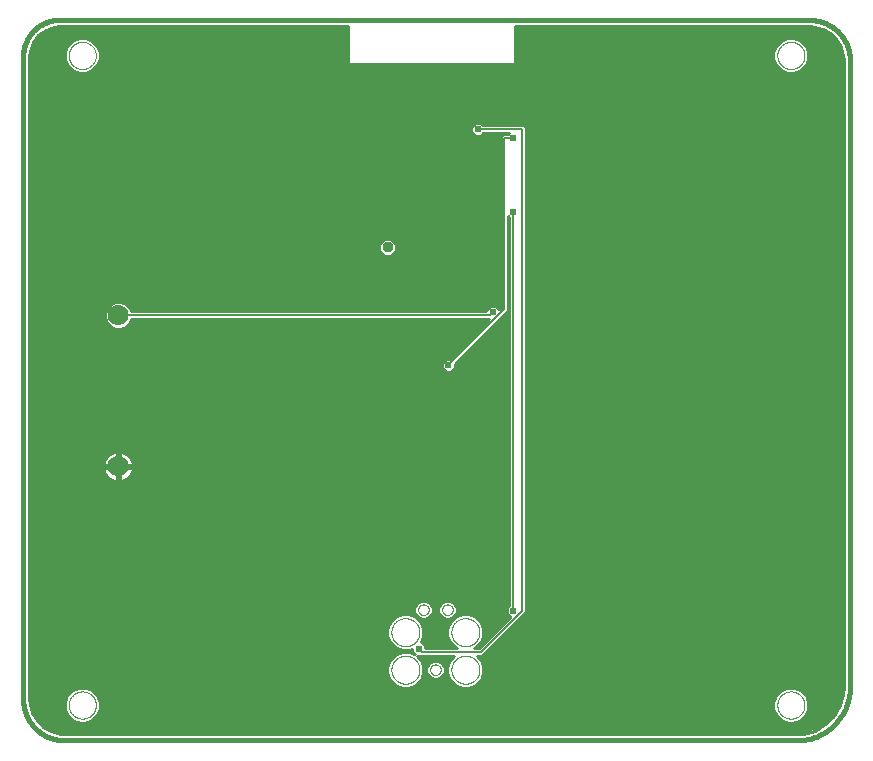
<source format=gbl>
G75*
%MOIN*%
%OFA0B0*%
%FSLAX25Y25*%
%IPPOS*%
%LPD*%
%AMOC8*
5,1,8,0,0,1.08239X$1,22.5*
%
%ADD10C,0.01600*%
%ADD11C,0.00000*%
%ADD12C,0.07000*%
%ADD13C,0.00600*%
%ADD14C,0.02400*%
%ADD15C,0.01000*%
%ADD16OC8,0.03562*%
D10*
X0017183Y0004413D02*
X0261183Y0004413D01*
X0261614Y0004418D01*
X0262045Y0004434D01*
X0262475Y0004460D01*
X0262905Y0004496D01*
X0263333Y0004543D01*
X0263760Y0004600D01*
X0264186Y0004668D01*
X0264610Y0004745D01*
X0265032Y0004833D01*
X0265452Y0004931D01*
X0265869Y0005040D01*
X0266283Y0005158D01*
X0266695Y0005286D01*
X0267103Y0005424D01*
X0267508Y0005572D01*
X0267909Y0005730D01*
X0268306Y0005897D01*
X0268700Y0006074D01*
X0269088Y0006260D01*
X0269472Y0006456D01*
X0269851Y0006661D01*
X0270226Y0006875D01*
X0270595Y0007098D01*
X0270958Y0007330D01*
X0271316Y0007570D01*
X0271667Y0007820D01*
X0272013Y0008077D01*
X0272352Y0008343D01*
X0272685Y0008617D01*
X0273011Y0008899D01*
X0273330Y0009189D01*
X0273642Y0009486D01*
X0273947Y0009791D01*
X0274244Y0010103D01*
X0274534Y0010422D01*
X0274816Y0010748D01*
X0275090Y0011081D01*
X0275356Y0011420D01*
X0275613Y0011766D01*
X0275863Y0012117D01*
X0276103Y0012475D01*
X0276335Y0012838D01*
X0276558Y0013207D01*
X0276772Y0013582D01*
X0276977Y0013961D01*
X0277173Y0014345D01*
X0277359Y0014733D01*
X0277536Y0015127D01*
X0277703Y0015524D01*
X0277861Y0015925D01*
X0278009Y0016330D01*
X0278147Y0016738D01*
X0278275Y0017150D01*
X0278393Y0017564D01*
X0278502Y0017981D01*
X0278600Y0018401D01*
X0278688Y0018823D01*
X0278765Y0019247D01*
X0278833Y0019673D01*
X0278890Y0020100D01*
X0278937Y0020528D01*
X0278973Y0020958D01*
X0278999Y0021388D01*
X0279015Y0021819D01*
X0279020Y0022250D01*
X0279020Y0231116D01*
X0279019Y0231116D02*
X0279015Y0231441D01*
X0279003Y0231766D01*
X0278984Y0232091D01*
X0278956Y0232414D01*
X0278921Y0232738D01*
X0278878Y0233060D01*
X0278827Y0233381D01*
X0278768Y0233701D01*
X0278702Y0234019D01*
X0278628Y0234336D01*
X0278546Y0234650D01*
X0278457Y0234963D01*
X0278361Y0235274D01*
X0278256Y0235581D01*
X0278145Y0235887D01*
X0278026Y0236189D01*
X0277900Y0236489D01*
X0277766Y0236786D01*
X0277626Y0237079D01*
X0277478Y0237368D01*
X0277323Y0237654D01*
X0277162Y0237937D01*
X0276994Y0238215D01*
X0276819Y0238489D01*
X0276637Y0238759D01*
X0276450Y0239024D01*
X0276255Y0239285D01*
X0276055Y0239541D01*
X0275848Y0239792D01*
X0275635Y0240038D01*
X0275417Y0240278D01*
X0275193Y0240514D01*
X0274963Y0240744D01*
X0274727Y0240968D01*
X0274487Y0241186D01*
X0274241Y0241399D01*
X0273990Y0241606D01*
X0273734Y0241806D01*
X0273473Y0242001D01*
X0273208Y0242188D01*
X0272938Y0242370D01*
X0272664Y0242545D01*
X0272386Y0242713D01*
X0272103Y0242874D01*
X0271817Y0243029D01*
X0271528Y0243177D01*
X0271235Y0243317D01*
X0270938Y0243451D01*
X0270638Y0243577D01*
X0270336Y0243696D01*
X0270030Y0243807D01*
X0269723Y0243912D01*
X0269412Y0244008D01*
X0269099Y0244097D01*
X0268785Y0244179D01*
X0268468Y0244253D01*
X0268150Y0244319D01*
X0267830Y0244378D01*
X0267509Y0244429D01*
X0267187Y0244472D01*
X0266863Y0244507D01*
X0266540Y0244535D01*
X0266215Y0244554D01*
X0265890Y0244566D01*
X0265565Y0244570D01*
X0265565Y0244571D02*
X0015369Y0244571D01*
X0015080Y0244568D01*
X0014792Y0244557D01*
X0014504Y0244540D01*
X0014217Y0244515D01*
X0013930Y0244484D01*
X0013644Y0244446D01*
X0013359Y0244401D01*
X0013075Y0244349D01*
X0012793Y0244290D01*
X0012512Y0244224D01*
X0012232Y0244152D01*
X0011955Y0244072D01*
X0011679Y0243987D01*
X0011406Y0243894D01*
X0011135Y0243795D01*
X0010866Y0243690D01*
X0010601Y0243577D01*
X0010337Y0243459D01*
X0010077Y0243334D01*
X0009820Y0243203D01*
X0009566Y0243066D01*
X0009316Y0242923D01*
X0009069Y0242774D01*
X0008826Y0242618D01*
X0008586Y0242457D01*
X0008351Y0242291D01*
X0008119Y0242118D01*
X0007892Y0241940D01*
X0007670Y0241757D01*
X0007451Y0241568D01*
X0007238Y0241374D01*
X0007029Y0241175D01*
X0006825Y0240971D01*
X0006626Y0240762D01*
X0006432Y0240549D01*
X0006243Y0240330D01*
X0006060Y0240108D01*
X0005882Y0239881D01*
X0005709Y0239649D01*
X0005543Y0239414D01*
X0005382Y0239174D01*
X0005226Y0238931D01*
X0005077Y0238684D01*
X0004934Y0238434D01*
X0004797Y0238180D01*
X0004666Y0237923D01*
X0004541Y0237663D01*
X0004423Y0237399D01*
X0004310Y0237134D01*
X0004205Y0236865D01*
X0004106Y0236594D01*
X0004013Y0236321D01*
X0003928Y0236045D01*
X0003848Y0235768D01*
X0003776Y0235488D01*
X0003710Y0235207D01*
X0003651Y0234925D01*
X0003599Y0234641D01*
X0003554Y0234356D01*
X0003516Y0234070D01*
X0003485Y0233783D01*
X0003460Y0233496D01*
X0003443Y0233208D01*
X0003432Y0232920D01*
X0003429Y0232631D01*
X0003429Y0018168D01*
X0003433Y0017836D01*
X0003445Y0017503D01*
X0003465Y0017172D01*
X0003493Y0016841D01*
X0003529Y0016510D01*
X0003573Y0016181D01*
X0003625Y0015852D01*
X0003685Y0015525D01*
X0003753Y0015200D01*
X0003829Y0014876D01*
X0003912Y0014555D01*
X0004003Y0014235D01*
X0004102Y0013918D01*
X0004209Y0013603D01*
X0004323Y0013291D01*
X0004444Y0012981D01*
X0004573Y0012675D01*
X0004710Y0012372D01*
X0004854Y0012072D01*
X0005004Y0011776D01*
X0005162Y0011484D01*
X0005327Y0011195D01*
X0005499Y0010911D01*
X0005678Y0010631D01*
X0005864Y0010355D01*
X0006056Y0010084D01*
X0006254Y0009817D01*
X0006459Y0009555D01*
X0006671Y0009299D01*
X0006888Y0009047D01*
X0007111Y0008801D01*
X0007341Y0008561D01*
X0007576Y0008326D01*
X0007816Y0008096D01*
X0008062Y0007873D01*
X0008314Y0007656D01*
X0008570Y0007444D01*
X0008832Y0007239D01*
X0009099Y0007041D01*
X0009370Y0006849D01*
X0009646Y0006663D01*
X0009926Y0006484D01*
X0010210Y0006312D01*
X0010499Y0006147D01*
X0010791Y0005989D01*
X0011087Y0005839D01*
X0011387Y0005695D01*
X0011690Y0005558D01*
X0011996Y0005429D01*
X0012306Y0005308D01*
X0012618Y0005194D01*
X0012933Y0005087D01*
X0013250Y0004988D01*
X0013570Y0004897D01*
X0013891Y0004814D01*
X0014215Y0004738D01*
X0014540Y0004670D01*
X0014867Y0004610D01*
X0015196Y0004558D01*
X0015525Y0004514D01*
X0015856Y0004478D01*
X0016187Y0004450D01*
X0016518Y0004430D01*
X0016851Y0004418D01*
X0017183Y0004414D01*
D11*
X0018586Y0016224D02*
X0018588Y0016358D01*
X0018594Y0016492D01*
X0018604Y0016626D01*
X0018618Y0016760D01*
X0018636Y0016893D01*
X0018657Y0017025D01*
X0018683Y0017157D01*
X0018713Y0017288D01*
X0018746Y0017418D01*
X0018783Y0017546D01*
X0018825Y0017674D01*
X0018869Y0017801D01*
X0018918Y0017926D01*
X0018970Y0018049D01*
X0019026Y0018171D01*
X0019086Y0018292D01*
X0019149Y0018410D01*
X0019215Y0018527D01*
X0019285Y0018641D01*
X0019358Y0018754D01*
X0019435Y0018864D01*
X0019515Y0018972D01*
X0019598Y0019077D01*
X0019684Y0019180D01*
X0019773Y0019280D01*
X0019865Y0019378D01*
X0019960Y0019473D01*
X0020058Y0019565D01*
X0020158Y0019654D01*
X0020261Y0019740D01*
X0020366Y0019823D01*
X0020474Y0019903D01*
X0020584Y0019980D01*
X0020697Y0020053D01*
X0020811Y0020123D01*
X0020928Y0020189D01*
X0021046Y0020252D01*
X0021167Y0020312D01*
X0021289Y0020368D01*
X0021412Y0020420D01*
X0021537Y0020469D01*
X0021664Y0020513D01*
X0021792Y0020555D01*
X0021920Y0020592D01*
X0022050Y0020625D01*
X0022181Y0020655D01*
X0022313Y0020681D01*
X0022445Y0020702D01*
X0022578Y0020720D01*
X0022712Y0020734D01*
X0022846Y0020744D01*
X0022980Y0020750D01*
X0023114Y0020752D01*
X0023248Y0020750D01*
X0023382Y0020744D01*
X0023516Y0020734D01*
X0023650Y0020720D01*
X0023783Y0020702D01*
X0023915Y0020681D01*
X0024047Y0020655D01*
X0024178Y0020625D01*
X0024308Y0020592D01*
X0024436Y0020555D01*
X0024564Y0020513D01*
X0024691Y0020469D01*
X0024816Y0020420D01*
X0024939Y0020368D01*
X0025061Y0020312D01*
X0025182Y0020252D01*
X0025300Y0020189D01*
X0025417Y0020123D01*
X0025531Y0020053D01*
X0025644Y0019980D01*
X0025754Y0019903D01*
X0025862Y0019823D01*
X0025967Y0019740D01*
X0026070Y0019654D01*
X0026170Y0019565D01*
X0026268Y0019473D01*
X0026363Y0019378D01*
X0026455Y0019280D01*
X0026544Y0019180D01*
X0026630Y0019077D01*
X0026713Y0018972D01*
X0026793Y0018864D01*
X0026870Y0018754D01*
X0026943Y0018641D01*
X0027013Y0018527D01*
X0027079Y0018410D01*
X0027142Y0018292D01*
X0027202Y0018171D01*
X0027258Y0018049D01*
X0027310Y0017926D01*
X0027359Y0017801D01*
X0027403Y0017674D01*
X0027445Y0017546D01*
X0027482Y0017418D01*
X0027515Y0017288D01*
X0027545Y0017157D01*
X0027571Y0017025D01*
X0027592Y0016893D01*
X0027610Y0016760D01*
X0027624Y0016626D01*
X0027634Y0016492D01*
X0027640Y0016358D01*
X0027642Y0016224D01*
X0027640Y0016090D01*
X0027634Y0015956D01*
X0027624Y0015822D01*
X0027610Y0015688D01*
X0027592Y0015555D01*
X0027571Y0015423D01*
X0027545Y0015291D01*
X0027515Y0015160D01*
X0027482Y0015030D01*
X0027445Y0014902D01*
X0027403Y0014774D01*
X0027359Y0014647D01*
X0027310Y0014522D01*
X0027258Y0014399D01*
X0027202Y0014277D01*
X0027142Y0014156D01*
X0027079Y0014038D01*
X0027013Y0013921D01*
X0026943Y0013807D01*
X0026870Y0013694D01*
X0026793Y0013584D01*
X0026713Y0013476D01*
X0026630Y0013371D01*
X0026544Y0013268D01*
X0026455Y0013168D01*
X0026363Y0013070D01*
X0026268Y0012975D01*
X0026170Y0012883D01*
X0026070Y0012794D01*
X0025967Y0012708D01*
X0025862Y0012625D01*
X0025754Y0012545D01*
X0025644Y0012468D01*
X0025531Y0012395D01*
X0025417Y0012325D01*
X0025300Y0012259D01*
X0025182Y0012196D01*
X0025061Y0012136D01*
X0024939Y0012080D01*
X0024816Y0012028D01*
X0024691Y0011979D01*
X0024564Y0011935D01*
X0024436Y0011893D01*
X0024308Y0011856D01*
X0024178Y0011823D01*
X0024047Y0011793D01*
X0023915Y0011767D01*
X0023783Y0011746D01*
X0023650Y0011728D01*
X0023516Y0011714D01*
X0023382Y0011704D01*
X0023248Y0011698D01*
X0023114Y0011696D01*
X0022980Y0011698D01*
X0022846Y0011704D01*
X0022712Y0011714D01*
X0022578Y0011728D01*
X0022445Y0011746D01*
X0022313Y0011767D01*
X0022181Y0011793D01*
X0022050Y0011823D01*
X0021920Y0011856D01*
X0021792Y0011893D01*
X0021664Y0011935D01*
X0021537Y0011979D01*
X0021412Y0012028D01*
X0021289Y0012080D01*
X0021167Y0012136D01*
X0021046Y0012196D01*
X0020928Y0012259D01*
X0020811Y0012325D01*
X0020697Y0012395D01*
X0020584Y0012468D01*
X0020474Y0012545D01*
X0020366Y0012625D01*
X0020261Y0012708D01*
X0020158Y0012794D01*
X0020058Y0012883D01*
X0019960Y0012975D01*
X0019865Y0013070D01*
X0019773Y0013168D01*
X0019684Y0013268D01*
X0019598Y0013371D01*
X0019515Y0013476D01*
X0019435Y0013584D01*
X0019358Y0013694D01*
X0019285Y0013807D01*
X0019215Y0013921D01*
X0019149Y0014038D01*
X0019086Y0014156D01*
X0019026Y0014277D01*
X0018970Y0014399D01*
X0018918Y0014522D01*
X0018869Y0014647D01*
X0018825Y0014774D01*
X0018783Y0014902D01*
X0018746Y0015030D01*
X0018713Y0015160D01*
X0018683Y0015291D01*
X0018657Y0015423D01*
X0018636Y0015555D01*
X0018618Y0015688D01*
X0018604Y0015822D01*
X0018594Y0015956D01*
X0018588Y0016090D01*
X0018586Y0016224D01*
X0126156Y0027996D02*
X0126158Y0028133D01*
X0126164Y0028269D01*
X0126174Y0028405D01*
X0126188Y0028541D01*
X0126206Y0028677D01*
X0126228Y0028812D01*
X0126253Y0028946D01*
X0126283Y0029079D01*
X0126317Y0029211D01*
X0126354Y0029343D01*
X0126395Y0029473D01*
X0126441Y0029602D01*
X0126489Y0029730D01*
X0126542Y0029856D01*
X0126598Y0029980D01*
X0126658Y0030103D01*
X0126721Y0030224D01*
X0126788Y0030343D01*
X0126858Y0030460D01*
X0126932Y0030576D01*
X0127009Y0030688D01*
X0127089Y0030799D01*
X0127173Y0030907D01*
X0127260Y0031013D01*
X0127349Y0031116D01*
X0127442Y0031216D01*
X0127537Y0031314D01*
X0127636Y0031409D01*
X0127737Y0031501D01*
X0127841Y0031589D01*
X0127947Y0031675D01*
X0128056Y0031758D01*
X0128167Y0031837D01*
X0128280Y0031914D01*
X0128396Y0031987D01*
X0128513Y0032056D01*
X0128633Y0032122D01*
X0128754Y0032184D01*
X0128878Y0032243D01*
X0129003Y0032299D01*
X0129129Y0032350D01*
X0129257Y0032398D01*
X0129386Y0032442D01*
X0129517Y0032483D01*
X0129649Y0032519D01*
X0129781Y0032552D01*
X0129915Y0032580D01*
X0130049Y0032605D01*
X0130184Y0032626D01*
X0130320Y0032643D01*
X0130456Y0032656D01*
X0130592Y0032665D01*
X0130729Y0032670D01*
X0130865Y0032671D01*
X0131002Y0032668D01*
X0131138Y0032661D01*
X0131274Y0032650D01*
X0131410Y0032635D01*
X0131545Y0032616D01*
X0131680Y0032593D01*
X0131814Y0032566D01*
X0131947Y0032536D01*
X0132079Y0032501D01*
X0132211Y0032463D01*
X0132340Y0032421D01*
X0132469Y0032375D01*
X0132596Y0032325D01*
X0132722Y0032271D01*
X0132846Y0032214D01*
X0132969Y0032154D01*
X0133089Y0032089D01*
X0133208Y0032022D01*
X0133324Y0031951D01*
X0133439Y0031876D01*
X0133551Y0031798D01*
X0133661Y0031717D01*
X0133769Y0031633D01*
X0133874Y0031545D01*
X0133976Y0031455D01*
X0134076Y0031362D01*
X0134173Y0031265D01*
X0134267Y0031166D01*
X0134358Y0031065D01*
X0134446Y0030960D01*
X0134531Y0030853D01*
X0134613Y0030744D01*
X0134692Y0030632D01*
X0134767Y0030518D01*
X0134839Y0030402D01*
X0134908Y0030284D01*
X0134973Y0030164D01*
X0135035Y0030042D01*
X0135093Y0029918D01*
X0135147Y0029793D01*
X0135198Y0029666D01*
X0135244Y0029538D01*
X0135288Y0029408D01*
X0135327Y0029277D01*
X0135363Y0029145D01*
X0135394Y0029012D01*
X0135422Y0028879D01*
X0135446Y0028744D01*
X0135466Y0028609D01*
X0135482Y0028473D01*
X0135494Y0028337D01*
X0135502Y0028201D01*
X0135506Y0028064D01*
X0135506Y0027928D01*
X0135502Y0027791D01*
X0135494Y0027655D01*
X0135482Y0027519D01*
X0135466Y0027383D01*
X0135446Y0027248D01*
X0135422Y0027113D01*
X0135394Y0026980D01*
X0135363Y0026847D01*
X0135327Y0026715D01*
X0135288Y0026584D01*
X0135244Y0026454D01*
X0135198Y0026326D01*
X0135147Y0026199D01*
X0135093Y0026074D01*
X0135035Y0025950D01*
X0134973Y0025828D01*
X0134908Y0025708D01*
X0134839Y0025590D01*
X0134767Y0025474D01*
X0134692Y0025360D01*
X0134613Y0025248D01*
X0134531Y0025139D01*
X0134446Y0025032D01*
X0134358Y0024927D01*
X0134267Y0024826D01*
X0134173Y0024727D01*
X0134076Y0024630D01*
X0133976Y0024537D01*
X0133874Y0024447D01*
X0133769Y0024359D01*
X0133661Y0024275D01*
X0133551Y0024194D01*
X0133439Y0024116D01*
X0133324Y0024041D01*
X0133208Y0023970D01*
X0133089Y0023903D01*
X0132969Y0023838D01*
X0132846Y0023778D01*
X0132722Y0023721D01*
X0132596Y0023667D01*
X0132469Y0023617D01*
X0132340Y0023571D01*
X0132211Y0023529D01*
X0132079Y0023491D01*
X0131947Y0023456D01*
X0131814Y0023426D01*
X0131680Y0023399D01*
X0131545Y0023376D01*
X0131410Y0023357D01*
X0131274Y0023342D01*
X0131138Y0023331D01*
X0131002Y0023324D01*
X0130865Y0023321D01*
X0130729Y0023322D01*
X0130592Y0023327D01*
X0130456Y0023336D01*
X0130320Y0023349D01*
X0130184Y0023366D01*
X0130049Y0023387D01*
X0129915Y0023412D01*
X0129781Y0023440D01*
X0129649Y0023473D01*
X0129517Y0023509D01*
X0129386Y0023550D01*
X0129257Y0023594D01*
X0129129Y0023642D01*
X0129003Y0023693D01*
X0128878Y0023749D01*
X0128754Y0023808D01*
X0128633Y0023870D01*
X0128513Y0023936D01*
X0128396Y0024005D01*
X0128280Y0024078D01*
X0128167Y0024155D01*
X0128056Y0024234D01*
X0127947Y0024317D01*
X0127841Y0024403D01*
X0127737Y0024491D01*
X0127636Y0024583D01*
X0127537Y0024678D01*
X0127442Y0024776D01*
X0127349Y0024876D01*
X0127260Y0024979D01*
X0127173Y0025085D01*
X0127089Y0025193D01*
X0127009Y0025304D01*
X0126932Y0025416D01*
X0126858Y0025532D01*
X0126788Y0025649D01*
X0126721Y0025768D01*
X0126658Y0025889D01*
X0126598Y0026012D01*
X0126542Y0026136D01*
X0126489Y0026262D01*
X0126441Y0026390D01*
X0126395Y0026519D01*
X0126354Y0026649D01*
X0126317Y0026781D01*
X0126283Y0026913D01*
X0126253Y0027046D01*
X0126228Y0027180D01*
X0126206Y0027315D01*
X0126188Y0027451D01*
X0126174Y0027587D01*
X0126164Y0027723D01*
X0126158Y0027859D01*
X0126156Y0027996D01*
X0126156Y0040496D02*
X0126158Y0040633D01*
X0126164Y0040769D01*
X0126174Y0040905D01*
X0126188Y0041041D01*
X0126206Y0041177D01*
X0126228Y0041312D01*
X0126253Y0041446D01*
X0126283Y0041579D01*
X0126317Y0041711D01*
X0126354Y0041843D01*
X0126395Y0041973D01*
X0126441Y0042102D01*
X0126489Y0042230D01*
X0126542Y0042356D01*
X0126598Y0042480D01*
X0126658Y0042603D01*
X0126721Y0042724D01*
X0126788Y0042843D01*
X0126858Y0042960D01*
X0126932Y0043076D01*
X0127009Y0043188D01*
X0127089Y0043299D01*
X0127173Y0043407D01*
X0127260Y0043513D01*
X0127349Y0043616D01*
X0127442Y0043716D01*
X0127537Y0043814D01*
X0127636Y0043909D01*
X0127737Y0044001D01*
X0127841Y0044089D01*
X0127947Y0044175D01*
X0128056Y0044258D01*
X0128167Y0044337D01*
X0128280Y0044414D01*
X0128396Y0044487D01*
X0128513Y0044556D01*
X0128633Y0044622D01*
X0128754Y0044684D01*
X0128878Y0044743D01*
X0129003Y0044799D01*
X0129129Y0044850D01*
X0129257Y0044898D01*
X0129386Y0044942D01*
X0129517Y0044983D01*
X0129649Y0045019D01*
X0129781Y0045052D01*
X0129915Y0045080D01*
X0130049Y0045105D01*
X0130184Y0045126D01*
X0130320Y0045143D01*
X0130456Y0045156D01*
X0130592Y0045165D01*
X0130729Y0045170D01*
X0130865Y0045171D01*
X0131002Y0045168D01*
X0131138Y0045161D01*
X0131274Y0045150D01*
X0131410Y0045135D01*
X0131545Y0045116D01*
X0131680Y0045093D01*
X0131814Y0045066D01*
X0131947Y0045036D01*
X0132079Y0045001D01*
X0132211Y0044963D01*
X0132340Y0044921D01*
X0132469Y0044875D01*
X0132596Y0044825D01*
X0132722Y0044771D01*
X0132846Y0044714D01*
X0132969Y0044654D01*
X0133089Y0044589D01*
X0133208Y0044522D01*
X0133324Y0044451D01*
X0133439Y0044376D01*
X0133551Y0044298D01*
X0133661Y0044217D01*
X0133769Y0044133D01*
X0133874Y0044045D01*
X0133976Y0043955D01*
X0134076Y0043862D01*
X0134173Y0043765D01*
X0134267Y0043666D01*
X0134358Y0043565D01*
X0134446Y0043460D01*
X0134531Y0043353D01*
X0134613Y0043244D01*
X0134692Y0043132D01*
X0134767Y0043018D01*
X0134839Y0042902D01*
X0134908Y0042784D01*
X0134973Y0042664D01*
X0135035Y0042542D01*
X0135093Y0042418D01*
X0135147Y0042293D01*
X0135198Y0042166D01*
X0135244Y0042038D01*
X0135288Y0041908D01*
X0135327Y0041777D01*
X0135363Y0041645D01*
X0135394Y0041512D01*
X0135422Y0041379D01*
X0135446Y0041244D01*
X0135466Y0041109D01*
X0135482Y0040973D01*
X0135494Y0040837D01*
X0135502Y0040701D01*
X0135506Y0040564D01*
X0135506Y0040428D01*
X0135502Y0040291D01*
X0135494Y0040155D01*
X0135482Y0040019D01*
X0135466Y0039883D01*
X0135446Y0039748D01*
X0135422Y0039613D01*
X0135394Y0039480D01*
X0135363Y0039347D01*
X0135327Y0039215D01*
X0135288Y0039084D01*
X0135244Y0038954D01*
X0135198Y0038826D01*
X0135147Y0038699D01*
X0135093Y0038574D01*
X0135035Y0038450D01*
X0134973Y0038328D01*
X0134908Y0038208D01*
X0134839Y0038090D01*
X0134767Y0037974D01*
X0134692Y0037860D01*
X0134613Y0037748D01*
X0134531Y0037639D01*
X0134446Y0037532D01*
X0134358Y0037427D01*
X0134267Y0037326D01*
X0134173Y0037227D01*
X0134076Y0037130D01*
X0133976Y0037037D01*
X0133874Y0036947D01*
X0133769Y0036859D01*
X0133661Y0036775D01*
X0133551Y0036694D01*
X0133439Y0036616D01*
X0133324Y0036541D01*
X0133208Y0036470D01*
X0133089Y0036403D01*
X0132969Y0036338D01*
X0132846Y0036278D01*
X0132722Y0036221D01*
X0132596Y0036167D01*
X0132469Y0036117D01*
X0132340Y0036071D01*
X0132211Y0036029D01*
X0132079Y0035991D01*
X0131947Y0035956D01*
X0131814Y0035926D01*
X0131680Y0035899D01*
X0131545Y0035876D01*
X0131410Y0035857D01*
X0131274Y0035842D01*
X0131138Y0035831D01*
X0131002Y0035824D01*
X0130865Y0035821D01*
X0130729Y0035822D01*
X0130592Y0035827D01*
X0130456Y0035836D01*
X0130320Y0035849D01*
X0130184Y0035866D01*
X0130049Y0035887D01*
X0129915Y0035912D01*
X0129781Y0035940D01*
X0129649Y0035973D01*
X0129517Y0036009D01*
X0129386Y0036050D01*
X0129257Y0036094D01*
X0129129Y0036142D01*
X0129003Y0036193D01*
X0128878Y0036249D01*
X0128754Y0036308D01*
X0128633Y0036370D01*
X0128513Y0036436D01*
X0128396Y0036505D01*
X0128280Y0036578D01*
X0128167Y0036655D01*
X0128056Y0036734D01*
X0127947Y0036817D01*
X0127841Y0036903D01*
X0127737Y0036991D01*
X0127636Y0037083D01*
X0127537Y0037178D01*
X0127442Y0037276D01*
X0127349Y0037376D01*
X0127260Y0037479D01*
X0127173Y0037585D01*
X0127089Y0037693D01*
X0127009Y0037804D01*
X0126932Y0037916D01*
X0126858Y0038032D01*
X0126788Y0038149D01*
X0126721Y0038268D01*
X0126658Y0038389D01*
X0126598Y0038512D01*
X0126542Y0038636D01*
X0126489Y0038762D01*
X0126441Y0038890D01*
X0126395Y0039019D01*
X0126354Y0039149D01*
X0126317Y0039281D01*
X0126283Y0039413D01*
X0126253Y0039546D01*
X0126228Y0039680D01*
X0126206Y0039815D01*
X0126188Y0039951D01*
X0126174Y0040087D01*
X0126164Y0040223D01*
X0126158Y0040359D01*
X0126156Y0040496D01*
X0135081Y0047996D02*
X0135083Y0048079D01*
X0135089Y0048162D01*
X0135099Y0048245D01*
X0135113Y0048327D01*
X0135130Y0048409D01*
X0135152Y0048489D01*
X0135177Y0048568D01*
X0135206Y0048646D01*
X0135239Y0048723D01*
X0135276Y0048798D01*
X0135315Y0048871D01*
X0135359Y0048942D01*
X0135405Y0049011D01*
X0135455Y0049078D01*
X0135508Y0049142D01*
X0135564Y0049204D01*
X0135623Y0049263D01*
X0135685Y0049319D01*
X0135749Y0049372D01*
X0135816Y0049422D01*
X0135885Y0049468D01*
X0135956Y0049512D01*
X0136029Y0049551D01*
X0136104Y0049588D01*
X0136181Y0049621D01*
X0136259Y0049650D01*
X0136338Y0049675D01*
X0136418Y0049697D01*
X0136500Y0049714D01*
X0136582Y0049728D01*
X0136665Y0049738D01*
X0136748Y0049744D01*
X0136831Y0049746D01*
X0136914Y0049744D01*
X0136997Y0049738D01*
X0137080Y0049728D01*
X0137162Y0049714D01*
X0137244Y0049697D01*
X0137324Y0049675D01*
X0137403Y0049650D01*
X0137481Y0049621D01*
X0137558Y0049588D01*
X0137633Y0049551D01*
X0137706Y0049512D01*
X0137777Y0049468D01*
X0137846Y0049422D01*
X0137913Y0049372D01*
X0137977Y0049319D01*
X0138039Y0049263D01*
X0138098Y0049204D01*
X0138154Y0049142D01*
X0138207Y0049078D01*
X0138257Y0049011D01*
X0138303Y0048942D01*
X0138347Y0048871D01*
X0138386Y0048798D01*
X0138423Y0048723D01*
X0138456Y0048646D01*
X0138485Y0048568D01*
X0138510Y0048489D01*
X0138532Y0048409D01*
X0138549Y0048327D01*
X0138563Y0048245D01*
X0138573Y0048162D01*
X0138579Y0048079D01*
X0138581Y0047996D01*
X0138579Y0047913D01*
X0138573Y0047830D01*
X0138563Y0047747D01*
X0138549Y0047665D01*
X0138532Y0047583D01*
X0138510Y0047503D01*
X0138485Y0047424D01*
X0138456Y0047346D01*
X0138423Y0047269D01*
X0138386Y0047194D01*
X0138347Y0047121D01*
X0138303Y0047050D01*
X0138257Y0046981D01*
X0138207Y0046914D01*
X0138154Y0046850D01*
X0138098Y0046788D01*
X0138039Y0046729D01*
X0137977Y0046673D01*
X0137913Y0046620D01*
X0137846Y0046570D01*
X0137777Y0046524D01*
X0137706Y0046480D01*
X0137633Y0046441D01*
X0137558Y0046404D01*
X0137481Y0046371D01*
X0137403Y0046342D01*
X0137324Y0046317D01*
X0137244Y0046295D01*
X0137162Y0046278D01*
X0137080Y0046264D01*
X0136997Y0046254D01*
X0136914Y0046248D01*
X0136831Y0046246D01*
X0136748Y0046248D01*
X0136665Y0046254D01*
X0136582Y0046264D01*
X0136500Y0046278D01*
X0136418Y0046295D01*
X0136338Y0046317D01*
X0136259Y0046342D01*
X0136181Y0046371D01*
X0136104Y0046404D01*
X0136029Y0046441D01*
X0135956Y0046480D01*
X0135885Y0046524D01*
X0135816Y0046570D01*
X0135749Y0046620D01*
X0135685Y0046673D01*
X0135623Y0046729D01*
X0135564Y0046788D01*
X0135508Y0046850D01*
X0135455Y0046914D01*
X0135405Y0046981D01*
X0135359Y0047050D01*
X0135315Y0047121D01*
X0135276Y0047194D01*
X0135239Y0047269D01*
X0135206Y0047346D01*
X0135177Y0047424D01*
X0135152Y0047503D01*
X0135130Y0047583D01*
X0135113Y0047665D01*
X0135099Y0047747D01*
X0135089Y0047830D01*
X0135083Y0047913D01*
X0135081Y0047996D01*
X0143081Y0047996D02*
X0143083Y0048079D01*
X0143089Y0048162D01*
X0143099Y0048245D01*
X0143113Y0048327D01*
X0143130Y0048409D01*
X0143152Y0048489D01*
X0143177Y0048568D01*
X0143206Y0048646D01*
X0143239Y0048723D01*
X0143276Y0048798D01*
X0143315Y0048871D01*
X0143359Y0048942D01*
X0143405Y0049011D01*
X0143455Y0049078D01*
X0143508Y0049142D01*
X0143564Y0049204D01*
X0143623Y0049263D01*
X0143685Y0049319D01*
X0143749Y0049372D01*
X0143816Y0049422D01*
X0143885Y0049468D01*
X0143956Y0049512D01*
X0144029Y0049551D01*
X0144104Y0049588D01*
X0144181Y0049621D01*
X0144259Y0049650D01*
X0144338Y0049675D01*
X0144418Y0049697D01*
X0144500Y0049714D01*
X0144582Y0049728D01*
X0144665Y0049738D01*
X0144748Y0049744D01*
X0144831Y0049746D01*
X0144914Y0049744D01*
X0144997Y0049738D01*
X0145080Y0049728D01*
X0145162Y0049714D01*
X0145244Y0049697D01*
X0145324Y0049675D01*
X0145403Y0049650D01*
X0145481Y0049621D01*
X0145558Y0049588D01*
X0145633Y0049551D01*
X0145706Y0049512D01*
X0145777Y0049468D01*
X0145846Y0049422D01*
X0145913Y0049372D01*
X0145977Y0049319D01*
X0146039Y0049263D01*
X0146098Y0049204D01*
X0146154Y0049142D01*
X0146207Y0049078D01*
X0146257Y0049011D01*
X0146303Y0048942D01*
X0146347Y0048871D01*
X0146386Y0048798D01*
X0146423Y0048723D01*
X0146456Y0048646D01*
X0146485Y0048568D01*
X0146510Y0048489D01*
X0146532Y0048409D01*
X0146549Y0048327D01*
X0146563Y0048245D01*
X0146573Y0048162D01*
X0146579Y0048079D01*
X0146581Y0047996D01*
X0146579Y0047913D01*
X0146573Y0047830D01*
X0146563Y0047747D01*
X0146549Y0047665D01*
X0146532Y0047583D01*
X0146510Y0047503D01*
X0146485Y0047424D01*
X0146456Y0047346D01*
X0146423Y0047269D01*
X0146386Y0047194D01*
X0146347Y0047121D01*
X0146303Y0047050D01*
X0146257Y0046981D01*
X0146207Y0046914D01*
X0146154Y0046850D01*
X0146098Y0046788D01*
X0146039Y0046729D01*
X0145977Y0046673D01*
X0145913Y0046620D01*
X0145846Y0046570D01*
X0145777Y0046524D01*
X0145706Y0046480D01*
X0145633Y0046441D01*
X0145558Y0046404D01*
X0145481Y0046371D01*
X0145403Y0046342D01*
X0145324Y0046317D01*
X0145244Y0046295D01*
X0145162Y0046278D01*
X0145080Y0046264D01*
X0144997Y0046254D01*
X0144914Y0046248D01*
X0144831Y0046246D01*
X0144748Y0046248D01*
X0144665Y0046254D01*
X0144582Y0046264D01*
X0144500Y0046278D01*
X0144418Y0046295D01*
X0144338Y0046317D01*
X0144259Y0046342D01*
X0144181Y0046371D01*
X0144104Y0046404D01*
X0144029Y0046441D01*
X0143956Y0046480D01*
X0143885Y0046524D01*
X0143816Y0046570D01*
X0143749Y0046620D01*
X0143685Y0046673D01*
X0143623Y0046729D01*
X0143564Y0046788D01*
X0143508Y0046850D01*
X0143455Y0046914D01*
X0143405Y0046981D01*
X0143359Y0047050D01*
X0143315Y0047121D01*
X0143276Y0047194D01*
X0143239Y0047269D01*
X0143206Y0047346D01*
X0143177Y0047424D01*
X0143152Y0047503D01*
X0143130Y0047583D01*
X0143113Y0047665D01*
X0143099Y0047747D01*
X0143089Y0047830D01*
X0143083Y0047913D01*
X0143081Y0047996D01*
X0146156Y0040496D02*
X0146158Y0040633D01*
X0146164Y0040769D01*
X0146174Y0040905D01*
X0146188Y0041041D01*
X0146206Y0041177D01*
X0146228Y0041312D01*
X0146253Y0041446D01*
X0146283Y0041579D01*
X0146317Y0041711D01*
X0146354Y0041843D01*
X0146395Y0041973D01*
X0146441Y0042102D01*
X0146489Y0042230D01*
X0146542Y0042356D01*
X0146598Y0042480D01*
X0146658Y0042603D01*
X0146721Y0042724D01*
X0146788Y0042843D01*
X0146858Y0042960D01*
X0146932Y0043076D01*
X0147009Y0043188D01*
X0147089Y0043299D01*
X0147173Y0043407D01*
X0147260Y0043513D01*
X0147349Y0043616D01*
X0147442Y0043716D01*
X0147537Y0043814D01*
X0147636Y0043909D01*
X0147737Y0044001D01*
X0147841Y0044089D01*
X0147947Y0044175D01*
X0148056Y0044258D01*
X0148167Y0044337D01*
X0148280Y0044414D01*
X0148396Y0044487D01*
X0148513Y0044556D01*
X0148633Y0044622D01*
X0148754Y0044684D01*
X0148878Y0044743D01*
X0149003Y0044799D01*
X0149129Y0044850D01*
X0149257Y0044898D01*
X0149386Y0044942D01*
X0149517Y0044983D01*
X0149649Y0045019D01*
X0149781Y0045052D01*
X0149915Y0045080D01*
X0150049Y0045105D01*
X0150184Y0045126D01*
X0150320Y0045143D01*
X0150456Y0045156D01*
X0150592Y0045165D01*
X0150729Y0045170D01*
X0150865Y0045171D01*
X0151002Y0045168D01*
X0151138Y0045161D01*
X0151274Y0045150D01*
X0151410Y0045135D01*
X0151545Y0045116D01*
X0151680Y0045093D01*
X0151814Y0045066D01*
X0151947Y0045036D01*
X0152079Y0045001D01*
X0152211Y0044963D01*
X0152340Y0044921D01*
X0152469Y0044875D01*
X0152596Y0044825D01*
X0152722Y0044771D01*
X0152846Y0044714D01*
X0152969Y0044654D01*
X0153089Y0044589D01*
X0153208Y0044522D01*
X0153324Y0044451D01*
X0153439Y0044376D01*
X0153551Y0044298D01*
X0153661Y0044217D01*
X0153769Y0044133D01*
X0153874Y0044045D01*
X0153976Y0043955D01*
X0154076Y0043862D01*
X0154173Y0043765D01*
X0154267Y0043666D01*
X0154358Y0043565D01*
X0154446Y0043460D01*
X0154531Y0043353D01*
X0154613Y0043244D01*
X0154692Y0043132D01*
X0154767Y0043018D01*
X0154839Y0042902D01*
X0154908Y0042784D01*
X0154973Y0042664D01*
X0155035Y0042542D01*
X0155093Y0042418D01*
X0155147Y0042293D01*
X0155198Y0042166D01*
X0155244Y0042038D01*
X0155288Y0041908D01*
X0155327Y0041777D01*
X0155363Y0041645D01*
X0155394Y0041512D01*
X0155422Y0041379D01*
X0155446Y0041244D01*
X0155466Y0041109D01*
X0155482Y0040973D01*
X0155494Y0040837D01*
X0155502Y0040701D01*
X0155506Y0040564D01*
X0155506Y0040428D01*
X0155502Y0040291D01*
X0155494Y0040155D01*
X0155482Y0040019D01*
X0155466Y0039883D01*
X0155446Y0039748D01*
X0155422Y0039613D01*
X0155394Y0039480D01*
X0155363Y0039347D01*
X0155327Y0039215D01*
X0155288Y0039084D01*
X0155244Y0038954D01*
X0155198Y0038826D01*
X0155147Y0038699D01*
X0155093Y0038574D01*
X0155035Y0038450D01*
X0154973Y0038328D01*
X0154908Y0038208D01*
X0154839Y0038090D01*
X0154767Y0037974D01*
X0154692Y0037860D01*
X0154613Y0037748D01*
X0154531Y0037639D01*
X0154446Y0037532D01*
X0154358Y0037427D01*
X0154267Y0037326D01*
X0154173Y0037227D01*
X0154076Y0037130D01*
X0153976Y0037037D01*
X0153874Y0036947D01*
X0153769Y0036859D01*
X0153661Y0036775D01*
X0153551Y0036694D01*
X0153439Y0036616D01*
X0153324Y0036541D01*
X0153208Y0036470D01*
X0153089Y0036403D01*
X0152969Y0036338D01*
X0152846Y0036278D01*
X0152722Y0036221D01*
X0152596Y0036167D01*
X0152469Y0036117D01*
X0152340Y0036071D01*
X0152211Y0036029D01*
X0152079Y0035991D01*
X0151947Y0035956D01*
X0151814Y0035926D01*
X0151680Y0035899D01*
X0151545Y0035876D01*
X0151410Y0035857D01*
X0151274Y0035842D01*
X0151138Y0035831D01*
X0151002Y0035824D01*
X0150865Y0035821D01*
X0150729Y0035822D01*
X0150592Y0035827D01*
X0150456Y0035836D01*
X0150320Y0035849D01*
X0150184Y0035866D01*
X0150049Y0035887D01*
X0149915Y0035912D01*
X0149781Y0035940D01*
X0149649Y0035973D01*
X0149517Y0036009D01*
X0149386Y0036050D01*
X0149257Y0036094D01*
X0149129Y0036142D01*
X0149003Y0036193D01*
X0148878Y0036249D01*
X0148754Y0036308D01*
X0148633Y0036370D01*
X0148513Y0036436D01*
X0148396Y0036505D01*
X0148280Y0036578D01*
X0148167Y0036655D01*
X0148056Y0036734D01*
X0147947Y0036817D01*
X0147841Y0036903D01*
X0147737Y0036991D01*
X0147636Y0037083D01*
X0147537Y0037178D01*
X0147442Y0037276D01*
X0147349Y0037376D01*
X0147260Y0037479D01*
X0147173Y0037585D01*
X0147089Y0037693D01*
X0147009Y0037804D01*
X0146932Y0037916D01*
X0146858Y0038032D01*
X0146788Y0038149D01*
X0146721Y0038268D01*
X0146658Y0038389D01*
X0146598Y0038512D01*
X0146542Y0038636D01*
X0146489Y0038762D01*
X0146441Y0038890D01*
X0146395Y0039019D01*
X0146354Y0039149D01*
X0146317Y0039281D01*
X0146283Y0039413D01*
X0146253Y0039546D01*
X0146228Y0039680D01*
X0146206Y0039815D01*
X0146188Y0039951D01*
X0146174Y0040087D01*
X0146164Y0040223D01*
X0146158Y0040359D01*
X0146156Y0040496D01*
X0146156Y0027996D02*
X0146158Y0028133D01*
X0146164Y0028269D01*
X0146174Y0028405D01*
X0146188Y0028541D01*
X0146206Y0028677D01*
X0146228Y0028812D01*
X0146253Y0028946D01*
X0146283Y0029079D01*
X0146317Y0029211D01*
X0146354Y0029343D01*
X0146395Y0029473D01*
X0146441Y0029602D01*
X0146489Y0029730D01*
X0146542Y0029856D01*
X0146598Y0029980D01*
X0146658Y0030103D01*
X0146721Y0030224D01*
X0146788Y0030343D01*
X0146858Y0030460D01*
X0146932Y0030576D01*
X0147009Y0030688D01*
X0147089Y0030799D01*
X0147173Y0030907D01*
X0147260Y0031013D01*
X0147349Y0031116D01*
X0147442Y0031216D01*
X0147537Y0031314D01*
X0147636Y0031409D01*
X0147737Y0031501D01*
X0147841Y0031589D01*
X0147947Y0031675D01*
X0148056Y0031758D01*
X0148167Y0031837D01*
X0148280Y0031914D01*
X0148396Y0031987D01*
X0148513Y0032056D01*
X0148633Y0032122D01*
X0148754Y0032184D01*
X0148878Y0032243D01*
X0149003Y0032299D01*
X0149129Y0032350D01*
X0149257Y0032398D01*
X0149386Y0032442D01*
X0149517Y0032483D01*
X0149649Y0032519D01*
X0149781Y0032552D01*
X0149915Y0032580D01*
X0150049Y0032605D01*
X0150184Y0032626D01*
X0150320Y0032643D01*
X0150456Y0032656D01*
X0150592Y0032665D01*
X0150729Y0032670D01*
X0150865Y0032671D01*
X0151002Y0032668D01*
X0151138Y0032661D01*
X0151274Y0032650D01*
X0151410Y0032635D01*
X0151545Y0032616D01*
X0151680Y0032593D01*
X0151814Y0032566D01*
X0151947Y0032536D01*
X0152079Y0032501D01*
X0152211Y0032463D01*
X0152340Y0032421D01*
X0152469Y0032375D01*
X0152596Y0032325D01*
X0152722Y0032271D01*
X0152846Y0032214D01*
X0152969Y0032154D01*
X0153089Y0032089D01*
X0153208Y0032022D01*
X0153324Y0031951D01*
X0153439Y0031876D01*
X0153551Y0031798D01*
X0153661Y0031717D01*
X0153769Y0031633D01*
X0153874Y0031545D01*
X0153976Y0031455D01*
X0154076Y0031362D01*
X0154173Y0031265D01*
X0154267Y0031166D01*
X0154358Y0031065D01*
X0154446Y0030960D01*
X0154531Y0030853D01*
X0154613Y0030744D01*
X0154692Y0030632D01*
X0154767Y0030518D01*
X0154839Y0030402D01*
X0154908Y0030284D01*
X0154973Y0030164D01*
X0155035Y0030042D01*
X0155093Y0029918D01*
X0155147Y0029793D01*
X0155198Y0029666D01*
X0155244Y0029538D01*
X0155288Y0029408D01*
X0155327Y0029277D01*
X0155363Y0029145D01*
X0155394Y0029012D01*
X0155422Y0028879D01*
X0155446Y0028744D01*
X0155466Y0028609D01*
X0155482Y0028473D01*
X0155494Y0028337D01*
X0155502Y0028201D01*
X0155506Y0028064D01*
X0155506Y0027928D01*
X0155502Y0027791D01*
X0155494Y0027655D01*
X0155482Y0027519D01*
X0155466Y0027383D01*
X0155446Y0027248D01*
X0155422Y0027113D01*
X0155394Y0026980D01*
X0155363Y0026847D01*
X0155327Y0026715D01*
X0155288Y0026584D01*
X0155244Y0026454D01*
X0155198Y0026326D01*
X0155147Y0026199D01*
X0155093Y0026074D01*
X0155035Y0025950D01*
X0154973Y0025828D01*
X0154908Y0025708D01*
X0154839Y0025590D01*
X0154767Y0025474D01*
X0154692Y0025360D01*
X0154613Y0025248D01*
X0154531Y0025139D01*
X0154446Y0025032D01*
X0154358Y0024927D01*
X0154267Y0024826D01*
X0154173Y0024727D01*
X0154076Y0024630D01*
X0153976Y0024537D01*
X0153874Y0024447D01*
X0153769Y0024359D01*
X0153661Y0024275D01*
X0153551Y0024194D01*
X0153439Y0024116D01*
X0153324Y0024041D01*
X0153208Y0023970D01*
X0153089Y0023903D01*
X0152969Y0023838D01*
X0152846Y0023778D01*
X0152722Y0023721D01*
X0152596Y0023667D01*
X0152469Y0023617D01*
X0152340Y0023571D01*
X0152211Y0023529D01*
X0152079Y0023491D01*
X0151947Y0023456D01*
X0151814Y0023426D01*
X0151680Y0023399D01*
X0151545Y0023376D01*
X0151410Y0023357D01*
X0151274Y0023342D01*
X0151138Y0023331D01*
X0151002Y0023324D01*
X0150865Y0023321D01*
X0150729Y0023322D01*
X0150592Y0023327D01*
X0150456Y0023336D01*
X0150320Y0023349D01*
X0150184Y0023366D01*
X0150049Y0023387D01*
X0149915Y0023412D01*
X0149781Y0023440D01*
X0149649Y0023473D01*
X0149517Y0023509D01*
X0149386Y0023550D01*
X0149257Y0023594D01*
X0149129Y0023642D01*
X0149003Y0023693D01*
X0148878Y0023749D01*
X0148754Y0023808D01*
X0148633Y0023870D01*
X0148513Y0023936D01*
X0148396Y0024005D01*
X0148280Y0024078D01*
X0148167Y0024155D01*
X0148056Y0024234D01*
X0147947Y0024317D01*
X0147841Y0024403D01*
X0147737Y0024491D01*
X0147636Y0024583D01*
X0147537Y0024678D01*
X0147442Y0024776D01*
X0147349Y0024876D01*
X0147260Y0024979D01*
X0147173Y0025085D01*
X0147089Y0025193D01*
X0147009Y0025304D01*
X0146932Y0025416D01*
X0146858Y0025532D01*
X0146788Y0025649D01*
X0146721Y0025768D01*
X0146658Y0025889D01*
X0146598Y0026012D01*
X0146542Y0026136D01*
X0146489Y0026262D01*
X0146441Y0026390D01*
X0146395Y0026519D01*
X0146354Y0026649D01*
X0146317Y0026781D01*
X0146283Y0026913D01*
X0146253Y0027046D01*
X0146228Y0027180D01*
X0146206Y0027315D01*
X0146188Y0027451D01*
X0146174Y0027587D01*
X0146164Y0027723D01*
X0146158Y0027859D01*
X0146156Y0027996D01*
X0139081Y0027996D02*
X0139083Y0028079D01*
X0139089Y0028162D01*
X0139099Y0028245D01*
X0139113Y0028327D01*
X0139130Y0028409D01*
X0139152Y0028489D01*
X0139177Y0028568D01*
X0139206Y0028646D01*
X0139239Y0028723D01*
X0139276Y0028798D01*
X0139315Y0028871D01*
X0139359Y0028942D01*
X0139405Y0029011D01*
X0139455Y0029078D01*
X0139508Y0029142D01*
X0139564Y0029204D01*
X0139623Y0029263D01*
X0139685Y0029319D01*
X0139749Y0029372D01*
X0139816Y0029422D01*
X0139885Y0029468D01*
X0139956Y0029512D01*
X0140029Y0029551D01*
X0140104Y0029588D01*
X0140181Y0029621D01*
X0140259Y0029650D01*
X0140338Y0029675D01*
X0140418Y0029697D01*
X0140500Y0029714D01*
X0140582Y0029728D01*
X0140665Y0029738D01*
X0140748Y0029744D01*
X0140831Y0029746D01*
X0140914Y0029744D01*
X0140997Y0029738D01*
X0141080Y0029728D01*
X0141162Y0029714D01*
X0141244Y0029697D01*
X0141324Y0029675D01*
X0141403Y0029650D01*
X0141481Y0029621D01*
X0141558Y0029588D01*
X0141633Y0029551D01*
X0141706Y0029512D01*
X0141777Y0029468D01*
X0141846Y0029422D01*
X0141913Y0029372D01*
X0141977Y0029319D01*
X0142039Y0029263D01*
X0142098Y0029204D01*
X0142154Y0029142D01*
X0142207Y0029078D01*
X0142257Y0029011D01*
X0142303Y0028942D01*
X0142347Y0028871D01*
X0142386Y0028798D01*
X0142423Y0028723D01*
X0142456Y0028646D01*
X0142485Y0028568D01*
X0142510Y0028489D01*
X0142532Y0028409D01*
X0142549Y0028327D01*
X0142563Y0028245D01*
X0142573Y0028162D01*
X0142579Y0028079D01*
X0142581Y0027996D01*
X0142579Y0027913D01*
X0142573Y0027830D01*
X0142563Y0027747D01*
X0142549Y0027665D01*
X0142532Y0027583D01*
X0142510Y0027503D01*
X0142485Y0027424D01*
X0142456Y0027346D01*
X0142423Y0027269D01*
X0142386Y0027194D01*
X0142347Y0027121D01*
X0142303Y0027050D01*
X0142257Y0026981D01*
X0142207Y0026914D01*
X0142154Y0026850D01*
X0142098Y0026788D01*
X0142039Y0026729D01*
X0141977Y0026673D01*
X0141913Y0026620D01*
X0141846Y0026570D01*
X0141777Y0026524D01*
X0141706Y0026480D01*
X0141633Y0026441D01*
X0141558Y0026404D01*
X0141481Y0026371D01*
X0141403Y0026342D01*
X0141324Y0026317D01*
X0141244Y0026295D01*
X0141162Y0026278D01*
X0141080Y0026264D01*
X0140997Y0026254D01*
X0140914Y0026248D01*
X0140831Y0026246D01*
X0140748Y0026248D01*
X0140665Y0026254D01*
X0140582Y0026264D01*
X0140500Y0026278D01*
X0140418Y0026295D01*
X0140338Y0026317D01*
X0140259Y0026342D01*
X0140181Y0026371D01*
X0140104Y0026404D01*
X0140029Y0026441D01*
X0139956Y0026480D01*
X0139885Y0026524D01*
X0139816Y0026570D01*
X0139749Y0026620D01*
X0139685Y0026673D01*
X0139623Y0026729D01*
X0139564Y0026788D01*
X0139508Y0026850D01*
X0139455Y0026914D01*
X0139405Y0026981D01*
X0139359Y0027050D01*
X0139315Y0027121D01*
X0139276Y0027194D01*
X0139239Y0027269D01*
X0139206Y0027346D01*
X0139177Y0027424D01*
X0139152Y0027503D01*
X0139130Y0027583D01*
X0139113Y0027665D01*
X0139099Y0027747D01*
X0139089Y0027830D01*
X0139083Y0027913D01*
X0139081Y0027996D01*
X0254807Y0016224D02*
X0254809Y0016358D01*
X0254815Y0016492D01*
X0254825Y0016626D01*
X0254839Y0016760D01*
X0254857Y0016893D01*
X0254878Y0017025D01*
X0254904Y0017157D01*
X0254934Y0017288D01*
X0254967Y0017418D01*
X0255004Y0017546D01*
X0255046Y0017674D01*
X0255090Y0017801D01*
X0255139Y0017926D01*
X0255191Y0018049D01*
X0255247Y0018171D01*
X0255307Y0018292D01*
X0255370Y0018410D01*
X0255436Y0018527D01*
X0255506Y0018641D01*
X0255579Y0018754D01*
X0255656Y0018864D01*
X0255736Y0018972D01*
X0255819Y0019077D01*
X0255905Y0019180D01*
X0255994Y0019280D01*
X0256086Y0019378D01*
X0256181Y0019473D01*
X0256279Y0019565D01*
X0256379Y0019654D01*
X0256482Y0019740D01*
X0256587Y0019823D01*
X0256695Y0019903D01*
X0256805Y0019980D01*
X0256918Y0020053D01*
X0257032Y0020123D01*
X0257149Y0020189D01*
X0257267Y0020252D01*
X0257388Y0020312D01*
X0257510Y0020368D01*
X0257633Y0020420D01*
X0257758Y0020469D01*
X0257885Y0020513D01*
X0258013Y0020555D01*
X0258141Y0020592D01*
X0258271Y0020625D01*
X0258402Y0020655D01*
X0258534Y0020681D01*
X0258666Y0020702D01*
X0258799Y0020720D01*
X0258933Y0020734D01*
X0259067Y0020744D01*
X0259201Y0020750D01*
X0259335Y0020752D01*
X0259469Y0020750D01*
X0259603Y0020744D01*
X0259737Y0020734D01*
X0259871Y0020720D01*
X0260004Y0020702D01*
X0260136Y0020681D01*
X0260268Y0020655D01*
X0260399Y0020625D01*
X0260529Y0020592D01*
X0260657Y0020555D01*
X0260785Y0020513D01*
X0260912Y0020469D01*
X0261037Y0020420D01*
X0261160Y0020368D01*
X0261282Y0020312D01*
X0261403Y0020252D01*
X0261521Y0020189D01*
X0261638Y0020123D01*
X0261752Y0020053D01*
X0261865Y0019980D01*
X0261975Y0019903D01*
X0262083Y0019823D01*
X0262188Y0019740D01*
X0262291Y0019654D01*
X0262391Y0019565D01*
X0262489Y0019473D01*
X0262584Y0019378D01*
X0262676Y0019280D01*
X0262765Y0019180D01*
X0262851Y0019077D01*
X0262934Y0018972D01*
X0263014Y0018864D01*
X0263091Y0018754D01*
X0263164Y0018641D01*
X0263234Y0018527D01*
X0263300Y0018410D01*
X0263363Y0018292D01*
X0263423Y0018171D01*
X0263479Y0018049D01*
X0263531Y0017926D01*
X0263580Y0017801D01*
X0263624Y0017674D01*
X0263666Y0017546D01*
X0263703Y0017418D01*
X0263736Y0017288D01*
X0263766Y0017157D01*
X0263792Y0017025D01*
X0263813Y0016893D01*
X0263831Y0016760D01*
X0263845Y0016626D01*
X0263855Y0016492D01*
X0263861Y0016358D01*
X0263863Y0016224D01*
X0263861Y0016090D01*
X0263855Y0015956D01*
X0263845Y0015822D01*
X0263831Y0015688D01*
X0263813Y0015555D01*
X0263792Y0015423D01*
X0263766Y0015291D01*
X0263736Y0015160D01*
X0263703Y0015030D01*
X0263666Y0014902D01*
X0263624Y0014774D01*
X0263580Y0014647D01*
X0263531Y0014522D01*
X0263479Y0014399D01*
X0263423Y0014277D01*
X0263363Y0014156D01*
X0263300Y0014038D01*
X0263234Y0013921D01*
X0263164Y0013807D01*
X0263091Y0013694D01*
X0263014Y0013584D01*
X0262934Y0013476D01*
X0262851Y0013371D01*
X0262765Y0013268D01*
X0262676Y0013168D01*
X0262584Y0013070D01*
X0262489Y0012975D01*
X0262391Y0012883D01*
X0262291Y0012794D01*
X0262188Y0012708D01*
X0262083Y0012625D01*
X0261975Y0012545D01*
X0261865Y0012468D01*
X0261752Y0012395D01*
X0261638Y0012325D01*
X0261521Y0012259D01*
X0261403Y0012196D01*
X0261282Y0012136D01*
X0261160Y0012080D01*
X0261037Y0012028D01*
X0260912Y0011979D01*
X0260785Y0011935D01*
X0260657Y0011893D01*
X0260529Y0011856D01*
X0260399Y0011823D01*
X0260268Y0011793D01*
X0260136Y0011767D01*
X0260004Y0011746D01*
X0259871Y0011728D01*
X0259737Y0011714D01*
X0259603Y0011704D01*
X0259469Y0011698D01*
X0259335Y0011696D01*
X0259201Y0011698D01*
X0259067Y0011704D01*
X0258933Y0011714D01*
X0258799Y0011728D01*
X0258666Y0011746D01*
X0258534Y0011767D01*
X0258402Y0011793D01*
X0258271Y0011823D01*
X0258141Y0011856D01*
X0258013Y0011893D01*
X0257885Y0011935D01*
X0257758Y0011979D01*
X0257633Y0012028D01*
X0257510Y0012080D01*
X0257388Y0012136D01*
X0257267Y0012196D01*
X0257149Y0012259D01*
X0257032Y0012325D01*
X0256918Y0012395D01*
X0256805Y0012468D01*
X0256695Y0012545D01*
X0256587Y0012625D01*
X0256482Y0012708D01*
X0256379Y0012794D01*
X0256279Y0012883D01*
X0256181Y0012975D01*
X0256086Y0013070D01*
X0255994Y0013168D01*
X0255905Y0013268D01*
X0255819Y0013371D01*
X0255736Y0013476D01*
X0255656Y0013584D01*
X0255579Y0013694D01*
X0255506Y0013807D01*
X0255436Y0013921D01*
X0255370Y0014038D01*
X0255307Y0014156D01*
X0255247Y0014277D01*
X0255191Y0014399D01*
X0255139Y0014522D01*
X0255090Y0014647D01*
X0255046Y0014774D01*
X0255004Y0014902D01*
X0254967Y0015030D01*
X0254934Y0015160D01*
X0254904Y0015291D01*
X0254878Y0015423D01*
X0254857Y0015555D01*
X0254839Y0015688D01*
X0254825Y0015822D01*
X0254815Y0015956D01*
X0254809Y0016090D01*
X0254807Y0016224D01*
X0254807Y0232760D02*
X0254809Y0232894D01*
X0254815Y0233028D01*
X0254825Y0233162D01*
X0254839Y0233296D01*
X0254857Y0233429D01*
X0254878Y0233561D01*
X0254904Y0233693D01*
X0254934Y0233824D01*
X0254967Y0233954D01*
X0255004Y0234082D01*
X0255046Y0234210D01*
X0255090Y0234337D01*
X0255139Y0234462D01*
X0255191Y0234585D01*
X0255247Y0234707D01*
X0255307Y0234828D01*
X0255370Y0234946D01*
X0255436Y0235063D01*
X0255506Y0235177D01*
X0255579Y0235290D01*
X0255656Y0235400D01*
X0255736Y0235508D01*
X0255819Y0235613D01*
X0255905Y0235716D01*
X0255994Y0235816D01*
X0256086Y0235914D01*
X0256181Y0236009D01*
X0256279Y0236101D01*
X0256379Y0236190D01*
X0256482Y0236276D01*
X0256587Y0236359D01*
X0256695Y0236439D01*
X0256805Y0236516D01*
X0256918Y0236589D01*
X0257032Y0236659D01*
X0257149Y0236725D01*
X0257267Y0236788D01*
X0257388Y0236848D01*
X0257510Y0236904D01*
X0257633Y0236956D01*
X0257758Y0237005D01*
X0257885Y0237049D01*
X0258013Y0237091D01*
X0258141Y0237128D01*
X0258271Y0237161D01*
X0258402Y0237191D01*
X0258534Y0237217D01*
X0258666Y0237238D01*
X0258799Y0237256D01*
X0258933Y0237270D01*
X0259067Y0237280D01*
X0259201Y0237286D01*
X0259335Y0237288D01*
X0259469Y0237286D01*
X0259603Y0237280D01*
X0259737Y0237270D01*
X0259871Y0237256D01*
X0260004Y0237238D01*
X0260136Y0237217D01*
X0260268Y0237191D01*
X0260399Y0237161D01*
X0260529Y0237128D01*
X0260657Y0237091D01*
X0260785Y0237049D01*
X0260912Y0237005D01*
X0261037Y0236956D01*
X0261160Y0236904D01*
X0261282Y0236848D01*
X0261403Y0236788D01*
X0261521Y0236725D01*
X0261638Y0236659D01*
X0261752Y0236589D01*
X0261865Y0236516D01*
X0261975Y0236439D01*
X0262083Y0236359D01*
X0262188Y0236276D01*
X0262291Y0236190D01*
X0262391Y0236101D01*
X0262489Y0236009D01*
X0262584Y0235914D01*
X0262676Y0235816D01*
X0262765Y0235716D01*
X0262851Y0235613D01*
X0262934Y0235508D01*
X0263014Y0235400D01*
X0263091Y0235290D01*
X0263164Y0235177D01*
X0263234Y0235063D01*
X0263300Y0234946D01*
X0263363Y0234828D01*
X0263423Y0234707D01*
X0263479Y0234585D01*
X0263531Y0234462D01*
X0263580Y0234337D01*
X0263624Y0234210D01*
X0263666Y0234082D01*
X0263703Y0233954D01*
X0263736Y0233824D01*
X0263766Y0233693D01*
X0263792Y0233561D01*
X0263813Y0233429D01*
X0263831Y0233296D01*
X0263845Y0233162D01*
X0263855Y0233028D01*
X0263861Y0232894D01*
X0263863Y0232760D01*
X0263861Y0232626D01*
X0263855Y0232492D01*
X0263845Y0232358D01*
X0263831Y0232224D01*
X0263813Y0232091D01*
X0263792Y0231959D01*
X0263766Y0231827D01*
X0263736Y0231696D01*
X0263703Y0231566D01*
X0263666Y0231438D01*
X0263624Y0231310D01*
X0263580Y0231183D01*
X0263531Y0231058D01*
X0263479Y0230935D01*
X0263423Y0230813D01*
X0263363Y0230692D01*
X0263300Y0230574D01*
X0263234Y0230457D01*
X0263164Y0230343D01*
X0263091Y0230230D01*
X0263014Y0230120D01*
X0262934Y0230012D01*
X0262851Y0229907D01*
X0262765Y0229804D01*
X0262676Y0229704D01*
X0262584Y0229606D01*
X0262489Y0229511D01*
X0262391Y0229419D01*
X0262291Y0229330D01*
X0262188Y0229244D01*
X0262083Y0229161D01*
X0261975Y0229081D01*
X0261865Y0229004D01*
X0261752Y0228931D01*
X0261638Y0228861D01*
X0261521Y0228795D01*
X0261403Y0228732D01*
X0261282Y0228672D01*
X0261160Y0228616D01*
X0261037Y0228564D01*
X0260912Y0228515D01*
X0260785Y0228471D01*
X0260657Y0228429D01*
X0260529Y0228392D01*
X0260399Y0228359D01*
X0260268Y0228329D01*
X0260136Y0228303D01*
X0260004Y0228282D01*
X0259871Y0228264D01*
X0259737Y0228250D01*
X0259603Y0228240D01*
X0259469Y0228234D01*
X0259335Y0228232D01*
X0259201Y0228234D01*
X0259067Y0228240D01*
X0258933Y0228250D01*
X0258799Y0228264D01*
X0258666Y0228282D01*
X0258534Y0228303D01*
X0258402Y0228329D01*
X0258271Y0228359D01*
X0258141Y0228392D01*
X0258013Y0228429D01*
X0257885Y0228471D01*
X0257758Y0228515D01*
X0257633Y0228564D01*
X0257510Y0228616D01*
X0257388Y0228672D01*
X0257267Y0228732D01*
X0257149Y0228795D01*
X0257032Y0228861D01*
X0256918Y0228931D01*
X0256805Y0229004D01*
X0256695Y0229081D01*
X0256587Y0229161D01*
X0256482Y0229244D01*
X0256379Y0229330D01*
X0256279Y0229419D01*
X0256181Y0229511D01*
X0256086Y0229606D01*
X0255994Y0229704D01*
X0255905Y0229804D01*
X0255819Y0229907D01*
X0255736Y0230012D01*
X0255656Y0230120D01*
X0255579Y0230230D01*
X0255506Y0230343D01*
X0255436Y0230457D01*
X0255370Y0230574D01*
X0255307Y0230692D01*
X0255247Y0230813D01*
X0255191Y0230935D01*
X0255139Y0231058D01*
X0255090Y0231183D01*
X0255046Y0231310D01*
X0255004Y0231438D01*
X0254967Y0231566D01*
X0254934Y0231696D01*
X0254904Y0231827D01*
X0254878Y0231959D01*
X0254857Y0232091D01*
X0254839Y0232224D01*
X0254825Y0232358D01*
X0254815Y0232492D01*
X0254809Y0232626D01*
X0254807Y0232760D01*
X0018586Y0232760D02*
X0018588Y0232894D01*
X0018594Y0233028D01*
X0018604Y0233162D01*
X0018618Y0233296D01*
X0018636Y0233429D01*
X0018657Y0233561D01*
X0018683Y0233693D01*
X0018713Y0233824D01*
X0018746Y0233954D01*
X0018783Y0234082D01*
X0018825Y0234210D01*
X0018869Y0234337D01*
X0018918Y0234462D01*
X0018970Y0234585D01*
X0019026Y0234707D01*
X0019086Y0234828D01*
X0019149Y0234946D01*
X0019215Y0235063D01*
X0019285Y0235177D01*
X0019358Y0235290D01*
X0019435Y0235400D01*
X0019515Y0235508D01*
X0019598Y0235613D01*
X0019684Y0235716D01*
X0019773Y0235816D01*
X0019865Y0235914D01*
X0019960Y0236009D01*
X0020058Y0236101D01*
X0020158Y0236190D01*
X0020261Y0236276D01*
X0020366Y0236359D01*
X0020474Y0236439D01*
X0020584Y0236516D01*
X0020697Y0236589D01*
X0020811Y0236659D01*
X0020928Y0236725D01*
X0021046Y0236788D01*
X0021167Y0236848D01*
X0021289Y0236904D01*
X0021412Y0236956D01*
X0021537Y0237005D01*
X0021664Y0237049D01*
X0021792Y0237091D01*
X0021920Y0237128D01*
X0022050Y0237161D01*
X0022181Y0237191D01*
X0022313Y0237217D01*
X0022445Y0237238D01*
X0022578Y0237256D01*
X0022712Y0237270D01*
X0022846Y0237280D01*
X0022980Y0237286D01*
X0023114Y0237288D01*
X0023248Y0237286D01*
X0023382Y0237280D01*
X0023516Y0237270D01*
X0023650Y0237256D01*
X0023783Y0237238D01*
X0023915Y0237217D01*
X0024047Y0237191D01*
X0024178Y0237161D01*
X0024308Y0237128D01*
X0024436Y0237091D01*
X0024564Y0237049D01*
X0024691Y0237005D01*
X0024816Y0236956D01*
X0024939Y0236904D01*
X0025061Y0236848D01*
X0025182Y0236788D01*
X0025300Y0236725D01*
X0025417Y0236659D01*
X0025531Y0236589D01*
X0025644Y0236516D01*
X0025754Y0236439D01*
X0025862Y0236359D01*
X0025967Y0236276D01*
X0026070Y0236190D01*
X0026170Y0236101D01*
X0026268Y0236009D01*
X0026363Y0235914D01*
X0026455Y0235816D01*
X0026544Y0235716D01*
X0026630Y0235613D01*
X0026713Y0235508D01*
X0026793Y0235400D01*
X0026870Y0235290D01*
X0026943Y0235177D01*
X0027013Y0235063D01*
X0027079Y0234946D01*
X0027142Y0234828D01*
X0027202Y0234707D01*
X0027258Y0234585D01*
X0027310Y0234462D01*
X0027359Y0234337D01*
X0027403Y0234210D01*
X0027445Y0234082D01*
X0027482Y0233954D01*
X0027515Y0233824D01*
X0027545Y0233693D01*
X0027571Y0233561D01*
X0027592Y0233429D01*
X0027610Y0233296D01*
X0027624Y0233162D01*
X0027634Y0233028D01*
X0027640Y0232894D01*
X0027642Y0232760D01*
X0027640Y0232626D01*
X0027634Y0232492D01*
X0027624Y0232358D01*
X0027610Y0232224D01*
X0027592Y0232091D01*
X0027571Y0231959D01*
X0027545Y0231827D01*
X0027515Y0231696D01*
X0027482Y0231566D01*
X0027445Y0231438D01*
X0027403Y0231310D01*
X0027359Y0231183D01*
X0027310Y0231058D01*
X0027258Y0230935D01*
X0027202Y0230813D01*
X0027142Y0230692D01*
X0027079Y0230574D01*
X0027013Y0230457D01*
X0026943Y0230343D01*
X0026870Y0230230D01*
X0026793Y0230120D01*
X0026713Y0230012D01*
X0026630Y0229907D01*
X0026544Y0229804D01*
X0026455Y0229704D01*
X0026363Y0229606D01*
X0026268Y0229511D01*
X0026170Y0229419D01*
X0026070Y0229330D01*
X0025967Y0229244D01*
X0025862Y0229161D01*
X0025754Y0229081D01*
X0025644Y0229004D01*
X0025531Y0228931D01*
X0025417Y0228861D01*
X0025300Y0228795D01*
X0025182Y0228732D01*
X0025061Y0228672D01*
X0024939Y0228616D01*
X0024816Y0228564D01*
X0024691Y0228515D01*
X0024564Y0228471D01*
X0024436Y0228429D01*
X0024308Y0228392D01*
X0024178Y0228359D01*
X0024047Y0228329D01*
X0023915Y0228303D01*
X0023783Y0228282D01*
X0023650Y0228264D01*
X0023516Y0228250D01*
X0023382Y0228240D01*
X0023248Y0228234D01*
X0023114Y0228232D01*
X0022980Y0228234D01*
X0022846Y0228240D01*
X0022712Y0228250D01*
X0022578Y0228264D01*
X0022445Y0228282D01*
X0022313Y0228303D01*
X0022181Y0228329D01*
X0022050Y0228359D01*
X0021920Y0228392D01*
X0021792Y0228429D01*
X0021664Y0228471D01*
X0021537Y0228515D01*
X0021412Y0228564D01*
X0021289Y0228616D01*
X0021167Y0228672D01*
X0021046Y0228732D01*
X0020928Y0228795D01*
X0020811Y0228861D01*
X0020697Y0228931D01*
X0020584Y0229004D01*
X0020474Y0229081D01*
X0020366Y0229161D01*
X0020261Y0229244D01*
X0020158Y0229330D01*
X0020058Y0229419D01*
X0019960Y0229511D01*
X0019865Y0229606D01*
X0019773Y0229704D01*
X0019684Y0229804D01*
X0019598Y0229907D01*
X0019515Y0230012D01*
X0019435Y0230120D01*
X0019358Y0230230D01*
X0019285Y0230343D01*
X0019215Y0230457D01*
X0019149Y0230574D01*
X0019086Y0230692D01*
X0019026Y0230813D01*
X0018970Y0230935D01*
X0018918Y0231058D01*
X0018869Y0231183D01*
X0018825Y0231310D01*
X0018783Y0231438D01*
X0018746Y0231566D01*
X0018713Y0231696D01*
X0018683Y0231827D01*
X0018657Y0231959D01*
X0018636Y0232091D01*
X0018618Y0232224D01*
X0018604Y0232358D01*
X0018594Y0232492D01*
X0018588Y0232626D01*
X0018586Y0232760D01*
D12*
X0035083Y0146146D03*
X0035083Y0095752D03*
D13*
X0035083Y0146146D02*
X0158941Y0146146D01*
X0159925Y0147130D01*
X0163862Y0148114D02*
X0163862Y0205201D01*
X0166815Y0205201D01*
X0169768Y0208154D02*
X0155004Y0208154D01*
X0169768Y0208154D02*
X0169768Y0047720D01*
X0155988Y0033941D01*
X0136303Y0033941D01*
X0135319Y0034925D01*
X0166815Y0047720D02*
X0166815Y0180594D01*
X0163862Y0148114D02*
X0145161Y0129413D01*
X0121539Y0177642D02*
X0121539Y0209138D01*
D14*
X0121539Y0209138D03*
X0121539Y0177642D03*
X0155004Y0208154D03*
X0166815Y0205201D03*
X0166815Y0180594D03*
X0159925Y0147130D03*
X0145161Y0129413D03*
X0166815Y0047720D03*
X0135319Y0034925D03*
D15*
X0009605Y0009406D02*
X0270140Y0009406D01*
X0270763Y0009765D02*
X0267205Y0007711D01*
X0263237Y0006648D01*
X0261183Y0006513D01*
X0017183Y0006513D01*
X0015662Y0006613D01*
X0012724Y0007401D01*
X0010089Y0008922D01*
X0007937Y0011073D01*
X0006416Y0013708D01*
X0005629Y0016647D01*
X0005529Y0018168D01*
X0005529Y0232631D01*
X0005650Y0234171D01*
X0005650Y0234171D01*
X0006602Y0237098D01*
X0008411Y0239589D01*
X0010902Y0241398D01*
X0013829Y0242350D01*
X0015369Y0242471D01*
X0111657Y0242471D01*
X0111657Y0229807D01*
X0167248Y0229807D01*
X0167248Y0242471D01*
X0265565Y0242471D01*
X0267047Y0242374D01*
X0269910Y0241607D01*
X0272477Y0240124D01*
X0274573Y0238029D01*
X0276055Y0235462D01*
X0276823Y0232598D01*
X0276920Y0231116D01*
X0276920Y0022250D01*
X0276785Y0020196D01*
X0275722Y0016228D01*
X0273668Y0012670D01*
X0270763Y0009765D01*
X0271402Y0010404D02*
X0260512Y0010404D01*
X0260494Y0010397D02*
X0262636Y0011284D01*
X0264275Y0012923D01*
X0265162Y0015065D01*
X0265162Y0017384D01*
X0264275Y0019525D01*
X0262636Y0021165D01*
X0260494Y0022052D01*
X0258175Y0022052D01*
X0256034Y0021165D01*
X0254394Y0019525D01*
X0253507Y0017384D01*
X0253507Y0015065D01*
X0254394Y0012923D01*
X0256034Y0011284D01*
X0258175Y0010397D01*
X0260494Y0010397D01*
X0258157Y0010404D02*
X0024292Y0010404D01*
X0024273Y0010397D02*
X0026415Y0011284D01*
X0028055Y0012923D01*
X0028942Y0015065D01*
X0028942Y0017384D01*
X0028055Y0019525D01*
X0026415Y0021165D01*
X0024273Y0022052D01*
X0021955Y0022052D01*
X0019813Y0021165D01*
X0018174Y0019525D01*
X0017287Y0017384D01*
X0017287Y0015065D01*
X0018174Y0012923D01*
X0019813Y0011284D01*
X0021955Y0010397D01*
X0024273Y0010397D01*
X0021937Y0010404D02*
X0008606Y0010404D01*
X0007747Y0011403D02*
X0019694Y0011403D01*
X0018696Y0012401D02*
X0007170Y0012401D01*
X0006594Y0013400D02*
X0017976Y0013400D01*
X0017563Y0014398D02*
X0006231Y0014398D01*
X0005964Y0015397D02*
X0017287Y0015397D01*
X0017287Y0016396D02*
X0005696Y0016396D01*
X0005580Y0017394D02*
X0017291Y0017394D01*
X0017705Y0018393D02*
X0005529Y0018393D01*
X0005529Y0019391D02*
X0018118Y0019391D01*
X0019038Y0020390D02*
X0005529Y0020390D01*
X0005529Y0021388D02*
X0020352Y0021388D01*
X0025876Y0021388D02*
X0256573Y0021388D01*
X0255258Y0020390D02*
X0027190Y0020390D01*
X0028110Y0019391D02*
X0254339Y0019391D01*
X0253925Y0018393D02*
X0028524Y0018393D01*
X0028937Y0017394D02*
X0253511Y0017394D01*
X0253507Y0016396D02*
X0028942Y0016396D01*
X0028942Y0015397D02*
X0253507Y0015397D01*
X0253783Y0014398D02*
X0028666Y0014398D01*
X0028252Y0013400D02*
X0254197Y0013400D01*
X0254916Y0012401D02*
X0027533Y0012401D01*
X0026534Y0011403D02*
X0255915Y0011403D01*
X0262755Y0011403D02*
X0272400Y0011403D01*
X0273399Y0012401D02*
X0263753Y0012401D01*
X0264472Y0013400D02*
X0274089Y0013400D01*
X0274665Y0014398D02*
X0264886Y0014398D01*
X0265162Y0015397D02*
X0275242Y0015397D01*
X0275767Y0016396D02*
X0265162Y0016396D01*
X0265158Y0017394D02*
X0276034Y0017394D01*
X0276302Y0018393D02*
X0264744Y0018393D01*
X0264331Y0019391D02*
X0276569Y0019391D01*
X0276798Y0020390D02*
X0263411Y0020390D01*
X0262097Y0021388D02*
X0276863Y0021388D01*
X0276920Y0022387D02*
X0152901Y0022387D01*
X0152019Y0022021D02*
X0154215Y0022931D01*
X0155896Y0024612D01*
X0156805Y0026808D01*
X0156805Y0029185D01*
X0155896Y0031381D01*
X0154635Y0032641D01*
X0156527Y0032641D01*
X0170306Y0046420D01*
X0171068Y0047182D01*
X0171068Y0208692D01*
X0170306Y0209454D01*
X0156815Y0209454D01*
X0155915Y0210354D01*
X0154093Y0210354D01*
X0152804Y0209065D01*
X0152804Y0207242D01*
X0154093Y0205954D01*
X0155915Y0205954D01*
X0156815Y0206854D01*
X0165356Y0206854D01*
X0165004Y0206501D01*
X0163324Y0206501D01*
X0162562Y0205739D01*
X0162562Y0148653D01*
X0162038Y0148128D01*
X0160836Y0149330D01*
X0159014Y0149330D01*
X0157725Y0148041D01*
X0157725Y0147446D01*
X0039415Y0147446D01*
X0038898Y0148695D01*
X0037632Y0149961D01*
X0035978Y0150646D01*
X0034188Y0150646D01*
X0032534Y0149961D01*
X0031268Y0148695D01*
X0030583Y0147041D01*
X0030583Y0145251D01*
X0031268Y0143597D01*
X0032534Y0142331D01*
X0034188Y0141646D01*
X0035978Y0141646D01*
X0037632Y0142331D01*
X0038898Y0143597D01*
X0039415Y0144846D01*
X0158755Y0144846D01*
X0145523Y0131613D01*
X0144250Y0131613D01*
X0142961Y0130325D01*
X0142961Y0128502D01*
X0144250Y0127213D01*
X0146073Y0127213D01*
X0147361Y0128502D01*
X0147361Y0129775D01*
X0164401Y0146814D01*
X0165162Y0147576D01*
X0165162Y0179136D01*
X0165515Y0178783D01*
X0165515Y0049532D01*
X0164615Y0048632D01*
X0164615Y0046809D01*
X0165816Y0045608D01*
X0155450Y0035241D01*
X0153757Y0035241D01*
X0154215Y0035431D01*
X0155896Y0037112D01*
X0156805Y0039308D01*
X0156805Y0041685D01*
X0155896Y0043881D01*
X0154215Y0045561D01*
X0152019Y0046471D01*
X0149642Y0046471D01*
X0147446Y0045561D01*
X0145766Y0043881D01*
X0144856Y0041685D01*
X0144856Y0039308D01*
X0145766Y0037112D01*
X0147446Y0035431D01*
X0147905Y0035241D01*
X0137519Y0035241D01*
X0137519Y0035836D01*
X0136230Y0037125D01*
X0135902Y0037125D01*
X0136805Y0039308D01*
X0136805Y0041685D01*
X0135896Y0043881D01*
X0134215Y0045561D01*
X0132019Y0046471D01*
X0129642Y0046471D01*
X0127446Y0045561D01*
X0125766Y0043881D01*
X0124856Y0041685D01*
X0124856Y0039308D01*
X0125766Y0037112D01*
X0127446Y0035431D01*
X0129642Y0034521D01*
X0132019Y0034521D01*
X0133119Y0034977D01*
X0133119Y0034014D01*
X0133970Y0033163D01*
X0132019Y0033971D01*
X0129642Y0033971D01*
X0127446Y0033061D01*
X0125766Y0031381D01*
X0124856Y0029185D01*
X0124856Y0026808D01*
X0125766Y0024612D01*
X0127446Y0022931D01*
X0129642Y0022021D01*
X0132019Y0022021D01*
X0134215Y0022931D01*
X0135896Y0024612D01*
X0136805Y0026808D01*
X0136805Y0029185D01*
X0135896Y0031381D01*
X0134551Y0032725D01*
X0135680Y0032725D01*
X0135765Y0032641D01*
X0147026Y0032641D01*
X0145766Y0031381D01*
X0144856Y0029185D01*
X0144856Y0026808D01*
X0145766Y0024612D01*
X0147446Y0022931D01*
X0149642Y0022021D01*
X0152019Y0022021D01*
X0154669Y0023385D02*
X0276920Y0023385D01*
X0276920Y0024384D02*
X0155668Y0024384D01*
X0156215Y0025382D02*
X0276920Y0025382D01*
X0276920Y0026381D02*
X0156629Y0026381D01*
X0156805Y0027379D02*
X0276920Y0027379D01*
X0276920Y0028378D02*
X0156805Y0028378D01*
X0156726Y0029376D02*
X0276920Y0029376D01*
X0276920Y0030375D02*
X0156313Y0030375D01*
X0155899Y0031373D02*
X0276920Y0031373D01*
X0276920Y0032372D02*
X0154905Y0032372D01*
X0157256Y0033370D02*
X0276920Y0033370D01*
X0276920Y0034369D02*
X0158254Y0034369D01*
X0159253Y0035367D02*
X0276920Y0035367D01*
X0276920Y0036366D02*
X0160251Y0036366D01*
X0161250Y0037364D02*
X0276920Y0037364D01*
X0276920Y0038363D02*
X0162248Y0038363D01*
X0163247Y0039361D02*
X0276920Y0039361D01*
X0276920Y0040360D02*
X0164246Y0040360D01*
X0165244Y0041358D02*
X0276920Y0041358D01*
X0276920Y0042357D02*
X0166243Y0042357D01*
X0167241Y0043355D02*
X0276920Y0043355D01*
X0276920Y0044354D02*
X0168240Y0044354D01*
X0169238Y0045352D02*
X0276920Y0045352D01*
X0276920Y0046351D02*
X0170237Y0046351D01*
X0171068Y0047349D02*
X0276920Y0047349D01*
X0276920Y0048348D02*
X0171068Y0048348D01*
X0171068Y0049346D02*
X0276920Y0049346D01*
X0276920Y0050345D02*
X0171068Y0050345D01*
X0171068Y0051343D02*
X0276920Y0051343D01*
X0276920Y0052342D02*
X0171068Y0052342D01*
X0171068Y0053340D02*
X0276920Y0053340D01*
X0276920Y0054339D02*
X0171068Y0054339D01*
X0171068Y0055337D02*
X0276920Y0055337D01*
X0276920Y0056336D02*
X0171068Y0056336D01*
X0171068Y0057334D02*
X0276920Y0057334D01*
X0276920Y0058333D02*
X0171068Y0058333D01*
X0171068Y0059332D02*
X0276920Y0059332D01*
X0276920Y0060330D02*
X0171068Y0060330D01*
X0171068Y0061329D02*
X0276920Y0061329D01*
X0276920Y0062327D02*
X0171068Y0062327D01*
X0171068Y0063326D02*
X0276920Y0063326D01*
X0276920Y0064324D02*
X0171068Y0064324D01*
X0171068Y0065323D02*
X0276920Y0065323D01*
X0276920Y0066321D02*
X0171068Y0066321D01*
X0171068Y0067320D02*
X0276920Y0067320D01*
X0276920Y0068318D02*
X0171068Y0068318D01*
X0171068Y0069317D02*
X0276920Y0069317D01*
X0276920Y0070315D02*
X0171068Y0070315D01*
X0171068Y0071314D02*
X0276920Y0071314D01*
X0276920Y0072312D02*
X0171068Y0072312D01*
X0171068Y0073311D02*
X0276920Y0073311D01*
X0276920Y0074309D02*
X0171068Y0074309D01*
X0171068Y0075308D02*
X0276920Y0075308D01*
X0276920Y0076306D02*
X0171068Y0076306D01*
X0171068Y0077305D02*
X0276920Y0077305D01*
X0276920Y0078303D02*
X0171068Y0078303D01*
X0171068Y0079302D02*
X0276920Y0079302D01*
X0276920Y0080300D02*
X0171068Y0080300D01*
X0171068Y0081299D02*
X0276920Y0081299D01*
X0276920Y0082297D02*
X0171068Y0082297D01*
X0171068Y0083296D02*
X0276920Y0083296D01*
X0276920Y0084294D02*
X0171068Y0084294D01*
X0171068Y0085293D02*
X0276920Y0085293D01*
X0276920Y0086291D02*
X0171068Y0086291D01*
X0171068Y0087290D02*
X0276920Y0087290D01*
X0276920Y0088288D02*
X0171068Y0088288D01*
X0171068Y0089287D02*
X0276920Y0089287D01*
X0276920Y0090285D02*
X0171068Y0090285D01*
X0171068Y0091284D02*
X0276920Y0091284D01*
X0276920Y0092282D02*
X0171068Y0092282D01*
X0171068Y0093281D02*
X0276920Y0093281D01*
X0276920Y0094279D02*
X0171068Y0094279D01*
X0171068Y0095278D02*
X0276920Y0095278D01*
X0276920Y0096276D02*
X0171068Y0096276D01*
X0171068Y0097275D02*
X0276920Y0097275D01*
X0276920Y0098273D02*
X0171068Y0098273D01*
X0171068Y0099272D02*
X0276920Y0099272D01*
X0276920Y0100270D02*
X0171068Y0100270D01*
X0171068Y0101269D02*
X0276920Y0101269D01*
X0276920Y0102267D02*
X0171068Y0102267D01*
X0171068Y0103266D02*
X0276920Y0103266D01*
X0276920Y0104265D02*
X0171068Y0104265D01*
X0171068Y0105263D02*
X0276920Y0105263D01*
X0276920Y0106262D02*
X0171068Y0106262D01*
X0171068Y0107260D02*
X0276920Y0107260D01*
X0276920Y0108259D02*
X0171068Y0108259D01*
X0171068Y0109257D02*
X0276920Y0109257D01*
X0276920Y0110256D02*
X0171068Y0110256D01*
X0171068Y0111254D02*
X0276920Y0111254D01*
X0276920Y0112253D02*
X0171068Y0112253D01*
X0171068Y0113251D02*
X0276920Y0113251D01*
X0276920Y0114250D02*
X0171068Y0114250D01*
X0171068Y0115248D02*
X0276920Y0115248D01*
X0276920Y0116247D02*
X0171068Y0116247D01*
X0171068Y0117245D02*
X0276920Y0117245D01*
X0276920Y0118244D02*
X0171068Y0118244D01*
X0171068Y0119242D02*
X0276920Y0119242D01*
X0276920Y0120241D02*
X0171068Y0120241D01*
X0171068Y0121239D02*
X0276920Y0121239D01*
X0276920Y0122238D02*
X0171068Y0122238D01*
X0171068Y0123236D02*
X0276920Y0123236D01*
X0276920Y0124235D02*
X0171068Y0124235D01*
X0171068Y0125233D02*
X0276920Y0125233D01*
X0276920Y0126232D02*
X0171068Y0126232D01*
X0171068Y0127230D02*
X0276920Y0127230D01*
X0276920Y0128229D02*
X0171068Y0128229D01*
X0171068Y0129227D02*
X0276920Y0129227D01*
X0276920Y0130226D02*
X0171068Y0130226D01*
X0171068Y0131224D02*
X0276920Y0131224D01*
X0276920Y0132223D02*
X0171068Y0132223D01*
X0171068Y0133221D02*
X0276920Y0133221D01*
X0276920Y0134220D02*
X0171068Y0134220D01*
X0171068Y0135218D02*
X0276920Y0135218D01*
X0276920Y0136217D02*
X0171068Y0136217D01*
X0171068Y0137215D02*
X0276920Y0137215D01*
X0276920Y0138214D02*
X0171068Y0138214D01*
X0171068Y0139212D02*
X0276920Y0139212D01*
X0276920Y0140211D02*
X0171068Y0140211D01*
X0171068Y0141209D02*
X0276920Y0141209D01*
X0276920Y0142208D02*
X0171068Y0142208D01*
X0171068Y0143206D02*
X0276920Y0143206D01*
X0276920Y0144205D02*
X0171068Y0144205D01*
X0171068Y0145203D02*
X0276920Y0145203D01*
X0276920Y0146202D02*
X0171068Y0146202D01*
X0171068Y0147201D02*
X0276920Y0147201D01*
X0276920Y0148199D02*
X0171068Y0148199D01*
X0171068Y0149198D02*
X0276920Y0149198D01*
X0276920Y0150196D02*
X0171068Y0150196D01*
X0171068Y0151195D02*
X0276920Y0151195D01*
X0276920Y0152193D02*
X0171068Y0152193D01*
X0171068Y0153192D02*
X0276920Y0153192D01*
X0276920Y0154190D02*
X0171068Y0154190D01*
X0171068Y0155189D02*
X0276920Y0155189D01*
X0276920Y0156187D02*
X0171068Y0156187D01*
X0171068Y0157186D02*
X0276920Y0157186D01*
X0276920Y0158184D02*
X0171068Y0158184D01*
X0171068Y0159183D02*
X0276920Y0159183D01*
X0276920Y0160181D02*
X0171068Y0160181D01*
X0171068Y0161180D02*
X0276920Y0161180D01*
X0276920Y0162178D02*
X0171068Y0162178D01*
X0171068Y0163177D02*
X0276920Y0163177D01*
X0276920Y0164175D02*
X0171068Y0164175D01*
X0171068Y0165174D02*
X0276920Y0165174D01*
X0276920Y0166172D02*
X0171068Y0166172D01*
X0171068Y0167171D02*
X0276920Y0167171D01*
X0276920Y0168169D02*
X0171068Y0168169D01*
X0171068Y0169168D02*
X0276920Y0169168D01*
X0276920Y0170166D02*
X0171068Y0170166D01*
X0171068Y0171165D02*
X0276920Y0171165D01*
X0276920Y0172163D02*
X0171068Y0172163D01*
X0171068Y0173162D02*
X0276920Y0173162D01*
X0276920Y0174160D02*
X0171068Y0174160D01*
X0171068Y0175159D02*
X0276920Y0175159D01*
X0276920Y0176157D02*
X0171068Y0176157D01*
X0171068Y0177156D02*
X0276920Y0177156D01*
X0276920Y0178154D02*
X0171068Y0178154D01*
X0171068Y0179153D02*
X0276920Y0179153D01*
X0276920Y0180151D02*
X0171068Y0180151D01*
X0171068Y0181150D02*
X0276920Y0181150D01*
X0276920Y0182148D02*
X0171068Y0182148D01*
X0171068Y0183147D02*
X0276920Y0183147D01*
X0276920Y0184145D02*
X0171068Y0184145D01*
X0171068Y0185144D02*
X0276920Y0185144D01*
X0276920Y0186142D02*
X0171068Y0186142D01*
X0171068Y0187141D02*
X0276920Y0187141D01*
X0276920Y0188139D02*
X0171068Y0188139D01*
X0171068Y0189138D02*
X0276920Y0189138D01*
X0276920Y0190136D02*
X0171068Y0190136D01*
X0171068Y0191135D02*
X0276920Y0191135D01*
X0276920Y0192134D02*
X0171068Y0192134D01*
X0171068Y0193132D02*
X0276920Y0193132D01*
X0276920Y0194131D02*
X0171068Y0194131D01*
X0171068Y0195129D02*
X0276920Y0195129D01*
X0276920Y0196128D02*
X0171068Y0196128D01*
X0171068Y0197126D02*
X0276920Y0197126D01*
X0276920Y0198125D02*
X0171068Y0198125D01*
X0171068Y0199123D02*
X0276920Y0199123D01*
X0276920Y0200122D02*
X0171068Y0200122D01*
X0171068Y0201120D02*
X0276920Y0201120D01*
X0276920Y0202119D02*
X0171068Y0202119D01*
X0171068Y0203117D02*
X0276920Y0203117D01*
X0276920Y0204116D02*
X0171068Y0204116D01*
X0171068Y0205114D02*
X0276920Y0205114D01*
X0276920Y0206113D02*
X0171068Y0206113D01*
X0171068Y0207111D02*
X0276920Y0207111D01*
X0276920Y0208110D02*
X0171068Y0208110D01*
X0170652Y0209108D02*
X0276920Y0209108D01*
X0276920Y0210107D02*
X0156162Y0210107D01*
X0153846Y0210107D02*
X0005529Y0210107D01*
X0005529Y0211105D02*
X0276920Y0211105D01*
X0276920Y0212104D02*
X0005529Y0212104D01*
X0005529Y0213102D02*
X0276920Y0213102D01*
X0276920Y0214101D02*
X0005529Y0214101D01*
X0005529Y0215099D02*
X0276920Y0215099D01*
X0276920Y0216098D02*
X0005529Y0216098D01*
X0005529Y0217096D02*
X0276920Y0217096D01*
X0276920Y0218095D02*
X0005529Y0218095D01*
X0005529Y0219093D02*
X0276920Y0219093D01*
X0276920Y0220092D02*
X0005529Y0220092D01*
X0005529Y0221090D02*
X0276920Y0221090D01*
X0276920Y0222089D02*
X0005529Y0222089D01*
X0005529Y0223087D02*
X0276920Y0223087D01*
X0276920Y0224086D02*
X0005529Y0224086D01*
X0005529Y0225084D02*
X0276920Y0225084D01*
X0276920Y0226083D02*
X0005529Y0226083D01*
X0005529Y0227081D02*
X0021595Y0227081D01*
X0021955Y0226932D02*
X0024273Y0226932D01*
X0026415Y0227819D01*
X0028055Y0229459D01*
X0028942Y0231601D01*
X0028942Y0233919D01*
X0028055Y0236061D01*
X0026415Y0237700D01*
X0024273Y0238587D01*
X0021955Y0238587D01*
X0019813Y0237700D01*
X0018174Y0236061D01*
X0017287Y0233919D01*
X0017287Y0231601D01*
X0018174Y0229459D01*
X0019813Y0227819D01*
X0021955Y0226932D01*
X0019553Y0228080D02*
X0005529Y0228080D01*
X0005529Y0229078D02*
X0018554Y0229078D01*
X0017918Y0230077D02*
X0005529Y0230077D01*
X0005529Y0231075D02*
X0017504Y0231075D01*
X0017287Y0232074D02*
X0005529Y0232074D01*
X0005564Y0233072D02*
X0017287Y0233072D01*
X0017350Y0234071D02*
X0005642Y0234071D01*
X0005942Y0235070D02*
X0017763Y0235070D01*
X0018181Y0236068D02*
X0006267Y0236068D01*
X0006591Y0237067D02*
X0019179Y0237067D01*
X0020694Y0238065D02*
X0007304Y0238065D01*
X0008029Y0239064D02*
X0111657Y0239064D01*
X0111657Y0240062D02*
X0009062Y0240062D01*
X0010437Y0241061D02*
X0111657Y0241061D01*
X0111657Y0242059D02*
X0012935Y0242059D01*
X0025534Y0238065D02*
X0111657Y0238065D01*
X0111657Y0237067D02*
X0027049Y0237067D01*
X0028047Y0236068D02*
X0111657Y0236068D01*
X0111657Y0235070D02*
X0028465Y0235070D01*
X0028879Y0234071D02*
X0111657Y0234071D01*
X0111657Y0233072D02*
X0028942Y0233072D01*
X0028942Y0232074D02*
X0111657Y0232074D01*
X0111657Y0231075D02*
X0028724Y0231075D01*
X0028311Y0230077D02*
X0111657Y0230077D01*
X0152847Y0209108D02*
X0005529Y0209108D01*
X0005529Y0208110D02*
X0152804Y0208110D01*
X0152935Y0207111D02*
X0005529Y0207111D01*
X0005529Y0206113D02*
X0153934Y0206113D01*
X0156074Y0206113D02*
X0162936Y0206113D01*
X0162562Y0205114D02*
X0005529Y0205114D01*
X0005529Y0204116D02*
X0162562Y0204116D01*
X0162562Y0203117D02*
X0005529Y0203117D01*
X0005529Y0202119D02*
X0162562Y0202119D01*
X0162562Y0201120D02*
X0005529Y0201120D01*
X0005529Y0200122D02*
X0162562Y0200122D01*
X0162562Y0199123D02*
X0005529Y0199123D01*
X0005529Y0198125D02*
X0162562Y0198125D01*
X0162562Y0197126D02*
X0005529Y0197126D01*
X0005529Y0196128D02*
X0162562Y0196128D01*
X0162562Y0195129D02*
X0005529Y0195129D01*
X0005529Y0194131D02*
X0162562Y0194131D01*
X0162562Y0193132D02*
X0005529Y0193132D01*
X0005529Y0192134D02*
X0162562Y0192134D01*
X0162562Y0191135D02*
X0005529Y0191135D01*
X0005529Y0190136D02*
X0162562Y0190136D01*
X0162562Y0189138D02*
X0005529Y0189138D01*
X0005529Y0188139D02*
X0162562Y0188139D01*
X0162562Y0187141D02*
X0005529Y0187141D01*
X0005529Y0186142D02*
X0162562Y0186142D01*
X0162562Y0185144D02*
X0005529Y0185144D01*
X0005529Y0184145D02*
X0162562Y0184145D01*
X0162562Y0183147D02*
X0005529Y0183147D01*
X0005529Y0182148D02*
X0162562Y0182148D01*
X0162562Y0181150D02*
X0005529Y0181150D01*
X0005529Y0180151D02*
X0162562Y0180151D01*
X0162562Y0179153D02*
X0005529Y0179153D01*
X0005529Y0178154D02*
X0162562Y0178154D01*
X0162562Y0177156D02*
X0005529Y0177156D01*
X0005529Y0176157D02*
X0162562Y0176157D01*
X0162562Y0175159D02*
X0005529Y0175159D01*
X0005529Y0174160D02*
X0162562Y0174160D01*
X0162562Y0173162D02*
X0005529Y0173162D01*
X0005529Y0172163D02*
X0162562Y0172163D01*
X0162562Y0171165D02*
X0126477Y0171165D01*
X0126038Y0171604D02*
X0123734Y0171604D01*
X0122105Y0169975D01*
X0122105Y0167671D01*
X0123734Y0166042D01*
X0126038Y0166042D01*
X0127667Y0167671D01*
X0127667Y0169975D01*
X0126038Y0171604D01*
X0127475Y0170166D02*
X0162562Y0170166D01*
X0162562Y0169168D02*
X0127667Y0169168D01*
X0127667Y0168169D02*
X0162562Y0168169D01*
X0162562Y0167171D02*
X0127167Y0167171D01*
X0126168Y0166172D02*
X0162562Y0166172D01*
X0162562Y0165174D02*
X0005529Y0165174D01*
X0005529Y0166172D02*
X0123603Y0166172D01*
X0122605Y0167171D02*
X0005529Y0167171D01*
X0005529Y0168169D02*
X0122105Y0168169D01*
X0122105Y0169168D02*
X0005529Y0169168D01*
X0005529Y0170166D02*
X0122296Y0170166D01*
X0123295Y0171165D02*
X0005529Y0171165D01*
X0005529Y0164175D02*
X0162562Y0164175D01*
X0162562Y0163177D02*
X0005529Y0163177D01*
X0005529Y0162178D02*
X0162562Y0162178D01*
X0162562Y0161180D02*
X0005529Y0161180D01*
X0005529Y0160181D02*
X0162562Y0160181D01*
X0162562Y0159183D02*
X0005529Y0159183D01*
X0005529Y0158184D02*
X0162562Y0158184D01*
X0162562Y0157186D02*
X0005529Y0157186D01*
X0005529Y0156187D02*
X0162562Y0156187D01*
X0162562Y0155189D02*
X0005529Y0155189D01*
X0005529Y0154190D02*
X0162562Y0154190D01*
X0162562Y0153192D02*
X0005529Y0153192D01*
X0005529Y0152193D02*
X0162562Y0152193D01*
X0162562Y0151195D02*
X0005529Y0151195D01*
X0005529Y0150196D02*
X0033102Y0150196D01*
X0031771Y0149198D02*
X0005529Y0149198D01*
X0005529Y0148199D02*
X0031062Y0148199D01*
X0030649Y0147201D02*
X0005529Y0147201D01*
X0005529Y0146202D02*
X0030583Y0146202D01*
X0030602Y0145203D02*
X0005529Y0145203D01*
X0005529Y0144205D02*
X0031016Y0144205D01*
X0031658Y0143206D02*
X0005529Y0143206D01*
X0005529Y0142208D02*
X0032830Y0142208D01*
X0037335Y0142208D02*
X0156118Y0142208D01*
X0157116Y0143206D02*
X0038507Y0143206D01*
X0039150Y0144205D02*
X0158115Y0144205D01*
X0159794Y0142208D02*
X0165515Y0142208D01*
X0165515Y0143206D02*
X0160793Y0143206D01*
X0161791Y0144205D02*
X0165515Y0144205D01*
X0165515Y0145203D02*
X0162790Y0145203D01*
X0163788Y0146202D02*
X0165515Y0146202D01*
X0165515Y0147201D02*
X0164787Y0147201D01*
X0165162Y0148199D02*
X0165515Y0148199D01*
X0165515Y0149198D02*
X0165162Y0149198D01*
X0165162Y0150196D02*
X0165515Y0150196D01*
X0165515Y0151195D02*
X0165162Y0151195D01*
X0165162Y0152193D02*
X0165515Y0152193D01*
X0165515Y0153192D02*
X0165162Y0153192D01*
X0165162Y0154190D02*
X0165515Y0154190D01*
X0165515Y0155189D02*
X0165162Y0155189D01*
X0165162Y0156187D02*
X0165515Y0156187D01*
X0165515Y0157186D02*
X0165162Y0157186D01*
X0165162Y0158184D02*
X0165515Y0158184D01*
X0165515Y0159183D02*
X0165162Y0159183D01*
X0165162Y0160181D02*
X0165515Y0160181D01*
X0165515Y0161180D02*
X0165162Y0161180D01*
X0165162Y0162178D02*
X0165515Y0162178D01*
X0165515Y0163177D02*
X0165162Y0163177D01*
X0165162Y0164175D02*
X0165515Y0164175D01*
X0165515Y0165174D02*
X0165162Y0165174D01*
X0165162Y0166172D02*
X0165515Y0166172D01*
X0165515Y0167171D02*
X0165162Y0167171D01*
X0165162Y0168169D02*
X0165515Y0168169D01*
X0165515Y0169168D02*
X0165162Y0169168D01*
X0165162Y0170166D02*
X0165515Y0170166D01*
X0165515Y0171165D02*
X0165162Y0171165D01*
X0165162Y0172163D02*
X0165515Y0172163D01*
X0165515Y0173162D02*
X0165162Y0173162D01*
X0165162Y0174160D02*
X0165515Y0174160D01*
X0165515Y0175159D02*
X0165162Y0175159D01*
X0165162Y0176157D02*
X0165515Y0176157D01*
X0165515Y0177156D02*
X0165162Y0177156D01*
X0165162Y0178154D02*
X0165515Y0178154D01*
X0162562Y0150196D02*
X0037063Y0150196D01*
X0038395Y0149198D02*
X0158882Y0149198D01*
X0157883Y0148199D02*
X0039103Y0148199D01*
X0005529Y0141209D02*
X0155119Y0141209D01*
X0154120Y0140211D02*
X0005529Y0140211D01*
X0005529Y0139212D02*
X0153122Y0139212D01*
X0152123Y0138214D02*
X0005529Y0138214D01*
X0005529Y0137215D02*
X0151125Y0137215D01*
X0150126Y0136217D02*
X0005529Y0136217D01*
X0005529Y0135218D02*
X0149128Y0135218D01*
X0148129Y0134220D02*
X0005529Y0134220D01*
X0005529Y0133221D02*
X0147131Y0133221D01*
X0146132Y0132223D02*
X0005529Y0132223D01*
X0005529Y0131224D02*
X0143861Y0131224D01*
X0142961Y0130226D02*
X0005529Y0130226D01*
X0005529Y0129227D02*
X0142961Y0129227D01*
X0143235Y0128229D02*
X0005529Y0128229D01*
X0005529Y0127230D02*
X0144233Y0127230D01*
X0146090Y0127230D02*
X0165515Y0127230D01*
X0165515Y0126232D02*
X0005529Y0126232D01*
X0005529Y0125233D02*
X0165515Y0125233D01*
X0165515Y0124235D02*
X0005529Y0124235D01*
X0005529Y0123236D02*
X0165515Y0123236D01*
X0165515Y0122238D02*
X0005529Y0122238D01*
X0005529Y0121239D02*
X0165515Y0121239D01*
X0165515Y0120241D02*
X0005529Y0120241D01*
X0005529Y0119242D02*
X0165515Y0119242D01*
X0165515Y0118244D02*
X0005529Y0118244D01*
X0005529Y0117245D02*
X0165515Y0117245D01*
X0165515Y0116247D02*
X0005529Y0116247D01*
X0005529Y0115248D02*
X0165515Y0115248D01*
X0165515Y0114250D02*
X0005529Y0114250D01*
X0005529Y0113251D02*
X0165515Y0113251D01*
X0165515Y0112253D02*
X0005529Y0112253D01*
X0005529Y0111254D02*
X0165515Y0111254D01*
X0165515Y0110256D02*
X0005529Y0110256D01*
X0005529Y0109257D02*
X0165515Y0109257D01*
X0165515Y0108259D02*
X0005529Y0108259D01*
X0005529Y0107260D02*
X0165515Y0107260D01*
X0165515Y0106262D02*
X0005529Y0106262D01*
X0005529Y0105263D02*
X0165515Y0105263D01*
X0165515Y0104265D02*
X0005529Y0104265D01*
X0005529Y0103266D02*
X0165515Y0103266D01*
X0165515Y0102267D02*
X0005529Y0102267D01*
X0005529Y0101269D02*
X0165515Y0101269D01*
X0165515Y0100270D02*
X0037228Y0100270D01*
X0037002Y0100386D02*
X0036254Y0100629D01*
X0035583Y0100735D01*
X0035583Y0096252D01*
X0040066Y0096252D01*
X0039960Y0096923D01*
X0039716Y0097671D01*
X0039359Y0098373D01*
X0038896Y0099009D01*
X0038340Y0099566D01*
X0037703Y0100028D01*
X0037002Y0100386D01*
X0035583Y0100270D02*
X0034583Y0100270D01*
X0034583Y0100735D02*
X0033912Y0100629D01*
X0033163Y0100386D01*
X0032462Y0100028D01*
X0031825Y0099566D01*
X0031269Y0099009D01*
X0030806Y0098373D01*
X0030449Y0097671D01*
X0030206Y0096923D01*
X0030100Y0096252D01*
X0034583Y0096252D01*
X0034583Y0100735D01*
X0034583Y0099272D02*
X0035583Y0099272D01*
X0035583Y0098273D02*
X0034583Y0098273D01*
X0034583Y0097275D02*
X0035583Y0097275D01*
X0035583Y0096276D02*
X0034583Y0096276D01*
X0034583Y0096252D02*
X0035583Y0096252D01*
X0035583Y0095252D01*
X0040066Y0095252D01*
X0039960Y0094581D01*
X0039716Y0093833D01*
X0039359Y0093131D01*
X0038896Y0092495D01*
X0038340Y0091938D01*
X0037703Y0091476D01*
X0037002Y0091118D01*
X0036254Y0090875D01*
X0035583Y0090769D01*
X0035583Y0095252D01*
X0034583Y0095252D01*
X0034583Y0090769D01*
X0033912Y0090875D01*
X0033163Y0091118D01*
X0032462Y0091476D01*
X0031825Y0091938D01*
X0031269Y0092495D01*
X0030806Y0093131D01*
X0030449Y0093833D01*
X0030206Y0094581D01*
X0030100Y0095252D01*
X0034583Y0095252D01*
X0034583Y0096252D01*
X0034583Y0095278D02*
X0005529Y0095278D01*
X0005529Y0096276D02*
X0030103Y0096276D01*
X0030320Y0097275D02*
X0005529Y0097275D01*
X0005529Y0098273D02*
X0030756Y0098273D01*
X0031532Y0099272D02*
X0005529Y0099272D01*
X0005529Y0100270D02*
X0032937Y0100270D01*
X0035583Y0095278D02*
X0165515Y0095278D01*
X0165515Y0096276D02*
X0040062Y0096276D01*
X0039845Y0097275D02*
X0165515Y0097275D01*
X0165515Y0098273D02*
X0039410Y0098273D01*
X0038634Y0099272D02*
X0165515Y0099272D01*
X0165515Y0094279D02*
X0039862Y0094279D01*
X0039435Y0093281D02*
X0165515Y0093281D01*
X0165515Y0092282D02*
X0038684Y0092282D01*
X0037327Y0091284D02*
X0165515Y0091284D01*
X0165515Y0090285D02*
X0005529Y0090285D01*
X0005529Y0089287D02*
X0165515Y0089287D01*
X0165515Y0088288D02*
X0005529Y0088288D01*
X0005529Y0087290D02*
X0165515Y0087290D01*
X0165515Y0086291D02*
X0005529Y0086291D01*
X0005529Y0085293D02*
X0165515Y0085293D01*
X0165515Y0084294D02*
X0005529Y0084294D01*
X0005529Y0083296D02*
X0165515Y0083296D01*
X0165515Y0082297D02*
X0005529Y0082297D01*
X0005529Y0081299D02*
X0165515Y0081299D01*
X0165515Y0080300D02*
X0005529Y0080300D01*
X0005529Y0079302D02*
X0165515Y0079302D01*
X0165515Y0078303D02*
X0005529Y0078303D01*
X0005529Y0077305D02*
X0165515Y0077305D01*
X0165515Y0076306D02*
X0005529Y0076306D01*
X0005529Y0075308D02*
X0165515Y0075308D01*
X0165515Y0074309D02*
X0005529Y0074309D01*
X0005529Y0073311D02*
X0165515Y0073311D01*
X0165515Y0072312D02*
X0005529Y0072312D01*
X0005529Y0071314D02*
X0165515Y0071314D01*
X0165515Y0070315D02*
X0005529Y0070315D01*
X0005529Y0069317D02*
X0165515Y0069317D01*
X0165515Y0068318D02*
X0005529Y0068318D01*
X0005529Y0067320D02*
X0165515Y0067320D01*
X0165515Y0066321D02*
X0005529Y0066321D01*
X0005529Y0065323D02*
X0165515Y0065323D01*
X0165515Y0064324D02*
X0005529Y0064324D01*
X0005529Y0063326D02*
X0165515Y0063326D01*
X0165515Y0062327D02*
X0005529Y0062327D01*
X0005529Y0061329D02*
X0165515Y0061329D01*
X0165515Y0060330D02*
X0005529Y0060330D01*
X0005529Y0059332D02*
X0165515Y0059332D01*
X0165515Y0058333D02*
X0005529Y0058333D01*
X0005529Y0057334D02*
X0165515Y0057334D01*
X0165515Y0056336D02*
X0005529Y0056336D01*
X0005529Y0055337D02*
X0165515Y0055337D01*
X0165515Y0054339D02*
X0005529Y0054339D01*
X0005529Y0053340D02*
X0165515Y0053340D01*
X0165515Y0052342D02*
X0005529Y0052342D01*
X0005529Y0051343D02*
X0165515Y0051343D01*
X0165515Y0050345D02*
X0146795Y0050345D01*
X0146558Y0050582D02*
X0145437Y0051046D01*
X0144224Y0051046D01*
X0143103Y0050582D01*
X0142245Y0049724D01*
X0141781Y0048603D01*
X0141781Y0047389D01*
X0142245Y0046268D01*
X0143103Y0045410D01*
X0144224Y0044946D01*
X0145437Y0044946D01*
X0146558Y0045410D01*
X0147416Y0046268D01*
X0147881Y0047389D01*
X0147881Y0048603D01*
X0147416Y0049724D01*
X0146558Y0050582D01*
X0147573Y0049346D02*
X0165330Y0049346D01*
X0164615Y0048348D02*
X0147881Y0048348D01*
X0147864Y0047349D02*
X0164615Y0047349D01*
X0165073Y0046351D02*
X0152309Y0046351D01*
X0154424Y0045352D02*
X0165561Y0045352D01*
X0164563Y0044354D02*
X0155423Y0044354D01*
X0156113Y0043355D02*
X0163564Y0043355D01*
X0162566Y0042357D02*
X0156527Y0042357D01*
X0156805Y0041358D02*
X0161567Y0041358D01*
X0160569Y0040360D02*
X0156805Y0040360D01*
X0156805Y0039361D02*
X0159570Y0039361D01*
X0158572Y0038363D02*
X0156414Y0038363D01*
X0156001Y0037364D02*
X0157573Y0037364D01*
X0156575Y0036366D02*
X0155150Y0036366D01*
X0155576Y0035367D02*
X0154062Y0035367D01*
X0147600Y0035367D02*
X0137519Y0035367D01*
X0136990Y0036366D02*
X0146511Y0036366D01*
X0145661Y0037364D02*
X0136001Y0037364D01*
X0136414Y0038363D02*
X0145247Y0038363D01*
X0144856Y0039361D02*
X0136805Y0039361D01*
X0136805Y0040360D02*
X0144856Y0040360D01*
X0144856Y0041358D02*
X0136805Y0041358D01*
X0136527Y0042357D02*
X0145134Y0042357D01*
X0145548Y0043355D02*
X0136113Y0043355D01*
X0135423Y0044354D02*
X0146239Y0044354D01*
X0146418Y0045352D02*
X0147237Y0045352D01*
X0147451Y0046351D02*
X0149353Y0046351D01*
X0143243Y0045352D02*
X0138418Y0045352D01*
X0138558Y0045410D02*
X0139416Y0046268D01*
X0139881Y0047389D01*
X0139881Y0048603D01*
X0139416Y0049724D01*
X0138558Y0050582D01*
X0137437Y0051046D01*
X0136224Y0051046D01*
X0135103Y0050582D01*
X0134245Y0049724D01*
X0133781Y0048603D01*
X0133781Y0047389D01*
X0134245Y0046268D01*
X0135103Y0045410D01*
X0136224Y0044946D01*
X0137437Y0044946D01*
X0138558Y0045410D01*
X0139451Y0046351D02*
X0142211Y0046351D01*
X0141797Y0047349D02*
X0139864Y0047349D01*
X0139881Y0048348D02*
X0141781Y0048348D01*
X0142089Y0049346D02*
X0139573Y0049346D01*
X0138795Y0050345D02*
X0142866Y0050345D01*
X0134866Y0050345D02*
X0005529Y0050345D01*
X0005529Y0049346D02*
X0134089Y0049346D01*
X0133781Y0048348D02*
X0005529Y0048348D01*
X0005529Y0047349D02*
X0133797Y0047349D01*
X0134211Y0046351D02*
X0132309Y0046351D01*
X0134424Y0045352D02*
X0135243Y0045352D01*
X0129353Y0046351D02*
X0005529Y0046351D01*
X0005529Y0045352D02*
X0127237Y0045352D01*
X0126239Y0044354D02*
X0005529Y0044354D01*
X0005529Y0043355D02*
X0125548Y0043355D01*
X0125134Y0042357D02*
X0005529Y0042357D01*
X0005529Y0041358D02*
X0124856Y0041358D01*
X0124856Y0040360D02*
X0005529Y0040360D01*
X0005529Y0039361D02*
X0124856Y0039361D01*
X0125247Y0038363D02*
X0005529Y0038363D01*
X0005529Y0037364D02*
X0125661Y0037364D01*
X0126511Y0036366D02*
X0005529Y0036366D01*
X0005529Y0035367D02*
X0127600Y0035367D01*
X0128192Y0033370D02*
X0005529Y0033370D01*
X0005529Y0032372D02*
X0126757Y0032372D01*
X0125762Y0031373D02*
X0005529Y0031373D01*
X0005529Y0030375D02*
X0125349Y0030375D01*
X0124935Y0029376D02*
X0005529Y0029376D01*
X0005529Y0028378D02*
X0124856Y0028378D01*
X0124856Y0027379D02*
X0005529Y0027379D01*
X0005529Y0026381D02*
X0125033Y0026381D01*
X0125446Y0025382D02*
X0005529Y0025382D01*
X0005529Y0024384D02*
X0125994Y0024384D01*
X0126992Y0023385D02*
X0005529Y0023385D01*
X0005529Y0022387D02*
X0128760Y0022387D01*
X0132901Y0022387D02*
X0148760Y0022387D01*
X0146992Y0023385D02*
X0134669Y0023385D01*
X0135668Y0024384D02*
X0145994Y0024384D01*
X0145446Y0025382D02*
X0142490Y0025382D01*
X0142558Y0025410D02*
X0143416Y0026268D01*
X0143881Y0027389D01*
X0143881Y0028603D01*
X0143416Y0029724D01*
X0142558Y0030582D01*
X0141437Y0031046D01*
X0140224Y0031046D01*
X0139103Y0030582D01*
X0138245Y0029724D01*
X0137781Y0028603D01*
X0137781Y0027389D01*
X0138245Y0026268D01*
X0139103Y0025410D01*
X0140224Y0024946D01*
X0141437Y0024946D01*
X0142558Y0025410D01*
X0143463Y0026381D02*
X0145033Y0026381D01*
X0144856Y0027379D02*
X0143876Y0027379D01*
X0143881Y0028378D02*
X0144856Y0028378D01*
X0144935Y0029376D02*
X0143560Y0029376D01*
X0142765Y0030375D02*
X0145349Y0030375D01*
X0145762Y0031373D02*
X0135899Y0031373D01*
X0136313Y0030375D02*
X0138896Y0030375D01*
X0138101Y0029376D02*
X0136726Y0029376D01*
X0136805Y0028378D02*
X0137781Y0028378D01*
X0137785Y0027379D02*
X0136805Y0027379D01*
X0136629Y0026381D02*
X0138199Y0026381D01*
X0139171Y0025382D02*
X0136215Y0025382D01*
X0134905Y0032372D02*
X0146757Y0032372D01*
X0133763Y0033370D02*
X0133469Y0033370D01*
X0133119Y0034369D02*
X0005529Y0034369D01*
X0010980Y0008407D02*
X0268411Y0008407D01*
X0266076Y0007409D02*
X0012709Y0007409D01*
X0005529Y0091284D02*
X0032838Y0091284D01*
X0031481Y0092282D02*
X0005529Y0092282D01*
X0005529Y0093281D02*
X0030730Y0093281D01*
X0030304Y0094279D02*
X0005529Y0094279D01*
X0034583Y0094279D02*
X0035583Y0094279D01*
X0035583Y0093281D02*
X0034583Y0093281D01*
X0034583Y0092282D02*
X0035583Y0092282D01*
X0035583Y0091284D02*
X0034583Y0091284D01*
X0147088Y0128229D02*
X0165515Y0128229D01*
X0165515Y0129227D02*
X0147361Y0129227D01*
X0147812Y0130226D02*
X0165515Y0130226D01*
X0165515Y0131224D02*
X0148811Y0131224D01*
X0149809Y0132223D02*
X0165515Y0132223D01*
X0165515Y0133221D02*
X0150808Y0133221D01*
X0151806Y0134220D02*
X0165515Y0134220D01*
X0165515Y0135218D02*
X0152805Y0135218D01*
X0153803Y0136217D02*
X0165515Y0136217D01*
X0165515Y0137215D02*
X0154802Y0137215D01*
X0155800Y0138214D02*
X0165515Y0138214D01*
X0165515Y0139212D02*
X0156799Y0139212D01*
X0157797Y0140211D02*
X0165515Y0140211D01*
X0165515Y0141209D02*
X0158796Y0141209D01*
X0161967Y0148199D02*
X0162109Y0148199D01*
X0162562Y0149198D02*
X0160969Y0149198D01*
X0167248Y0230077D02*
X0254138Y0230077D01*
X0254394Y0229459D02*
X0256034Y0227819D01*
X0258175Y0226932D01*
X0260494Y0226932D01*
X0262636Y0227819D01*
X0264275Y0229459D01*
X0265162Y0231601D01*
X0265162Y0233919D01*
X0264275Y0236061D01*
X0262636Y0237700D01*
X0260494Y0238587D01*
X0258175Y0238587D01*
X0256034Y0237700D01*
X0254394Y0236061D01*
X0253507Y0233919D01*
X0253507Y0231601D01*
X0254394Y0229459D01*
X0254775Y0229078D02*
X0027674Y0229078D01*
X0026676Y0228080D02*
X0255773Y0228080D01*
X0257815Y0227081D02*
X0024633Y0227081D01*
X0167248Y0231075D02*
X0253725Y0231075D01*
X0253507Y0232074D02*
X0167248Y0232074D01*
X0167248Y0233072D02*
X0253507Y0233072D01*
X0253570Y0234071D02*
X0167248Y0234071D01*
X0167248Y0235070D02*
X0253984Y0235070D01*
X0254401Y0236068D02*
X0167248Y0236068D01*
X0167248Y0237067D02*
X0255400Y0237067D01*
X0256914Y0238065D02*
X0167248Y0238065D01*
X0167248Y0239064D02*
X0273538Y0239064D01*
X0272540Y0240062D02*
X0167248Y0240062D01*
X0167248Y0241061D02*
X0270856Y0241061D01*
X0268222Y0242059D02*
X0167248Y0242059D01*
X0261755Y0238065D02*
X0274537Y0238065D01*
X0275129Y0237067D02*
X0263269Y0237067D01*
X0264268Y0236068D02*
X0275705Y0236068D01*
X0276160Y0235070D02*
X0264686Y0235070D01*
X0265099Y0234071D02*
X0276428Y0234071D01*
X0276696Y0233072D02*
X0265162Y0233072D01*
X0265162Y0232074D02*
X0276857Y0232074D01*
X0276920Y0231075D02*
X0264945Y0231075D01*
X0264531Y0230077D02*
X0276920Y0230077D01*
X0276920Y0229078D02*
X0263895Y0229078D01*
X0262896Y0228080D02*
X0276920Y0228080D01*
X0276920Y0227081D02*
X0260854Y0227081D01*
D16*
X0124886Y0168823D03*
M02*

</source>
